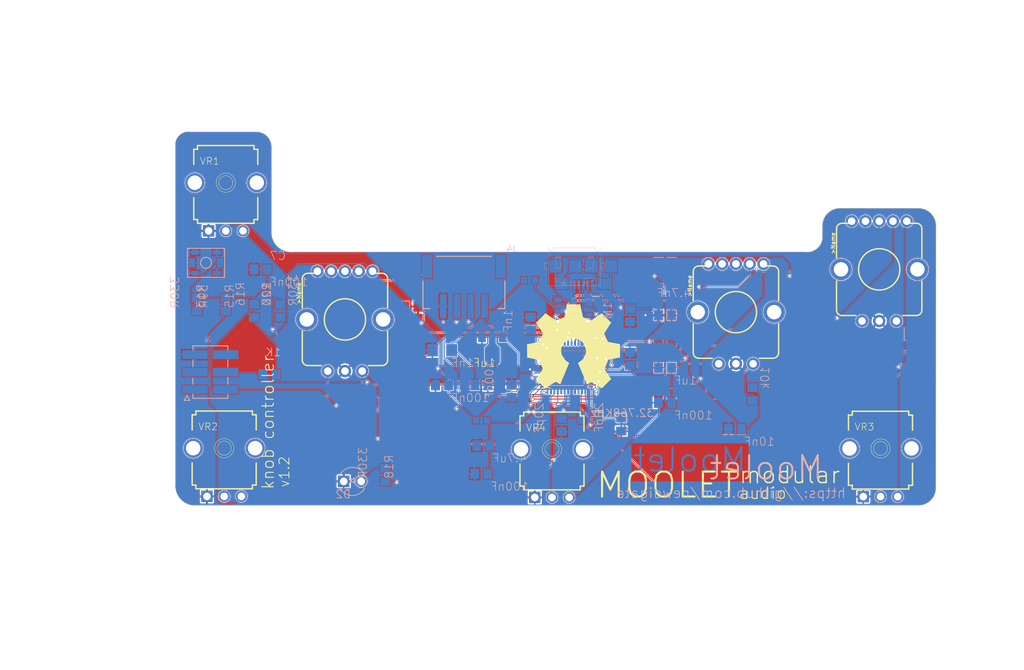
<source format=kicad_pcb>
(kicad_pcb (version 20171130) (host pcbnew "(5.1.4-0-10_14)")
  (layers (0 Top signal) (31 Bottom signal) (34 B.Paste user) (35 F.Paste user) (36 B.SilkS user) (37 F.SilkS user) (38 B.Mask user) (39 F.Mask user) (44 Edge.Cuts user))
  (net 0 "")
  (net 1 GND)
  (net 2 PA03_VREFA)
  (net 3 PA02_AIN0)
  (net 4 PB02_AIN10)
  (net 5 PB03_AIN11)
  (net 6 PA04_AIN4)
  (net 7 PA05_AIN5)
  (net 8 PA06_AIN6)
  (net 9 PA07_AIN7)
  (net 10 PA22_TC4-W0)
  (net 11 PA23_TC4-W1)
  (net 12 PA10_TCC0-W2)
  (net 13 PA11_TCC0-W3)
  (net 14 PB10_TCC0-W4)
  (net 15 PB11_TCC0-W5)
  (net 16 PB23_S5_RX)
  (net 17 PB22_S5_TX)
  (net 18 PA09_S0_I2C_SCL)
  (net 19 PA08_S0_I2C_SDA)
  (net 20 PA19_S1_MISO)
  (net 21 PA17_S1_SCK)
  (net 22 PA16_S1_MOSI)
  (net 23 PA21_TCC0-W7)
  (net 24 PA20_TCC0-W6)
  (net 25 +3V3)
  (net 26 N17852431)
  (net 27 N17852357)
  (net 28 PA18_USB_ID)
  (net 29 USB_ID)
  (net 30 USB_P)
  (net 31 USB_N)
  (net 32 VUSB)
  (net 33 PA00_XIN32)
  (net 34 PA01_XOUT32)
  (net 35 N17650912)
  (net 36 PA15_S2_MISO)
  (net 37 PA13_S2_SCK)
  (net 38 PA12_S2_MOSI)
  (net 39 PA14_S2_NSS)
  (net 40 PA27_CD)
  (net 41 PB08_LED)
  (net 42 N$1)
  (net 43 N$2)
  (net 44 ENC1:SWITCH)
  (net 45 ENC1:A)
  (net 46 ENC1:B)
  (net 47 ENC1:RED_RAW)
  (net 48 ENC1:GREEN_RAW)
  (net 49 ENC1:BLUE_RAW)
  (net 50 PB09_ADC)
  (net 51 ENC2:3.3V)
  (net 52 ENC2:SWITCH)
  (net 53 ENC2:A)
  (net 54 ENC2:B)
  (net 55 ENC2:RED_RAW)
  (net 56 ENC2:GREEN_RAW)
  (net 57 ENC2:BLUE_RAW)
  (net 58 ENC3:SWITCH)
  (net 59 ENC3:A)
  (net 60 ENC3:B)
  (net 61 ENC3:RED_RAW)
  (net 62 ENC3:GREEN_RAW)
  (net 63 ENC3:BLUE_RAW)
  (net 64 N$6)
  (net 65 RESET#)
  (net 66 PA31_SWDIO)
  (net 67 PA30_SWCLK)
  (net 68 RESETN)
  (net 69 N17658775)
  (net 70 N$4)
  (module OpenSourceHardwareLogo:OpenSourceHardwareLogo (layer Top) (at 151.003 109.728)
    (fp_text reference REF** hide)
    (fp_text value OpenSourceHardwareLogo)
  )
  (module MK1_ZERO_QFN50P700X700X90-49XN-EPSQ515 (layer Bottom) (at 150.066 112.154 90)
    (fp_text reference U3)
    (fp_text value MK1_ZERO_ATSAMD21G18A-48 hide)
    (fp_poly (pts (xy -2.525 2.525) (xy 2.525 2.525) (xy 2.525 -2.525) (xy -2.525 -2.525)) (layer Bottom) (width 0))
    (fp_poly (pts (xy 2.835 3.825) (xy 2.835 3.185) (xy 2.75 3.1) (xy 2.665 3.185) (xy 2.665 3.825)) (layer Bottom) (width 0))
    (fp_poly (pts (xy 2.665 -3.825) (xy 2.665 -3.185) (xy 2.75 -3.1) (xy 2.835 -3.185) (xy 2.835 -3.825)) (layer Bottom) (width 0))
    (fp_poly (pts (xy 3.825 2.665) (xy 3.185 2.665) (xy 3.1 2.75) (xy 3.185 2.835) (xy 3.825 2.835)) (layer Bottom) (width 0))
    (fp_poly (pts (xy -2.835 -3.825) (xy -2.835 -3.185) (xy -2.75 -3.1) (xy -2.665 -3.185) (xy -2.665 -3.825)) (layer Bottom) (width 0))
    (fp_poly (pts (xy -2.335 -3.825) (xy -2.335 -3.185) (xy -2.25 -3.1) (xy -2.165 -3.185) (xy -2.165 -3.825)) (layer Bottom) (width 0))
    (fp_poly (pts (xy -1.835 -3.825) (xy -1.835 -3.185) (xy -1.75 -3.1) (xy -1.665 -3.185) (xy -1.665 -3.825)) (layer Bottom) (width 0))
    (fp_poly (pts (xy -1.335 -3.825) (xy -1.335 -3.185) (xy -1.25 -3.1) (xy -1.165 -3.185) (xy -1.165 -3.825)) (layer Bottom) (width 0))
    (fp_poly (pts (xy -0.835 -3.825) (xy -0.835 -3.185) (xy -0.75 -3.1) (xy -0.665 -3.185) (xy -0.665 -3.825)) (layer Bottom) (width 0))
    (fp_poly (pts (xy -0.335 -3.825) (xy -0.335 -3.185) (xy -0.25 -3.1) (xy -0.165 -3.185) (xy -0.165 -3.825)) (layer Bottom) (width 0))
    (fp_poly (pts (xy 0.165 -3.825) (xy 0.165 -3.185) (xy 0.25 -3.1) (xy 0.335 -3.185) (xy 0.335 -3.825)) (layer Bottom) (width 0))
    (fp_poly (pts (xy 0.665 -3.825) (xy 0.665 -3.185) (xy 0.75 -3.1) (xy 0.835 -3.185) (xy 0.835 -3.825)) (layer Bottom) (width 0))
    (fp_poly (pts (xy 1.165 -3.825) (xy 1.165 -3.185) (xy 1.25 -3.1) (xy 1.335 -3.185) (xy 1.335 -3.825)) (layer Bottom) (width 0))
    (fp_poly (pts (xy 1.665 -3.825) (xy 1.665 -3.185) (xy 1.75 -3.1) (xy 1.835 -3.185) (xy 1.835 -3.825)) (layer Bottom) (width 0))
    (fp_poly (pts (xy 2.165 -3.825) (xy 2.165 -3.185) (xy 2.25 -3.1) (xy 2.335 -3.185) (xy 2.335 -3.825)) (layer Bottom) (width 0))
    (fp_poly (pts (xy -3.825 1.835) (xy -3.185 1.835) (xy -3.1 1.75) (xy -3.185 1.665) (xy -3.825 1.665)) (layer Bottom) (width 0))
    (fp_poly (pts (xy -3.825 1.335) (xy -3.185 1.335) (xy -3.1 1.25) (xy -3.185 1.165) (xy -3.825 1.165)) (layer Bottom) (width 0))
    (fp_poly (pts (xy -3.825 0.835) (xy -3.185 0.835) (xy -3.1 0.75) (xy -3.185 0.665) (xy -3.825 0.665)) (layer Bottom) (width 0))
    (fp_poly (pts (xy -3.825 0.335) (xy -3.185 0.335) (xy -3.1 0.25) (xy -3.185 0.165) (xy -3.825 0.165)) (layer Bottom) (width 0))
    (fp_poly (pts (xy -3.825 -0.165) (xy -3.185 -0.165) (xy -3.1 -0.25) (xy -3.185 -0.335) (xy -3.825 -0.335)) (layer Bottom) (width 0))
    (fp_poly (pts (xy -3.825 -0.665) (xy -3.185 -0.665) (xy -3.1 -0.75) (xy -3.185 -0.835) (xy -3.825 -0.835)) (layer Bottom) (width 0))
    (fp_poly (pts (xy -3.825 -1.165) (xy -3.185 -1.165) (xy -3.1 -1.25) (xy -3.185 -1.335) (xy -3.825 -1.335)) (layer Bottom) (width 0))
    (fp_poly (pts (xy -3.825 -1.665) (xy -3.185 -1.665) (xy -3.1 -1.75) (xy -3.185 -1.835) (xy -3.825 -1.835)) (layer Bottom) (width 0))
    (fp_poly (pts (xy -3.825 -2.165) (xy -3.185 -2.165) (xy -3.1 -2.25) (xy -3.185 -2.335) (xy -3.825 -2.335)) (layer Bottom) (width 0))
    (fp_poly (pts (xy -3.825 -2.665) (xy -3.185 -2.665) (xy -3.1 -2.75) (xy -3.185 -2.835) (xy -3.825 -2.835)) (layer Bottom) (width 0))
    (fp_poly (pts (xy 2.335 3.825) (xy 2.335 3.185) (xy 2.25 3.1) (xy 2.165 3.185) (xy 2.165 3.825)) (layer Bottom) (width 0))
    (fp_poly (pts (xy 1.835 3.825) (xy 1.835 3.185) (xy 1.75 3.1) (xy 1.665 3.185) (xy 1.665 3.825)) (layer Bottom) (width 0))
    (fp_poly (pts (xy 1.335 3.825) (xy 1.335 3.185) (xy 1.25 3.1) (xy 1.165 3.185) (xy 1.165 3.825)) (layer Bottom) (width 0))
    (fp_poly (pts (xy 0.835 3.825) (xy 0.835 3.185) (xy 0.75 3.1) (xy 0.665 3.185) (xy 0.665 3.825)) (layer Bottom) (width 0))
    (fp_poly (pts (xy 0.335 3.825) (xy 0.335 3.185) (xy 0.25 3.1) (xy 0.165 3.185) (xy 0.165 3.825)) (layer Bottom) (width 0))
    (fp_poly (pts (xy -0.165 3.825) (xy -0.165 3.185) (xy -0.25 3.1) (xy -0.335 3.185) (xy -0.335 3.825)) (layer Bottom) (width 0))
    (fp_poly (pts (xy -0.665 3.825) (xy -0.665 3.185) (xy -0.75 3.1) (xy -0.835 3.185) (xy -0.835 3.825)) (layer Bottom) (width 0))
    (fp_poly (pts (xy -1.165 3.825) (xy -1.165 3.185) (xy -1.25 3.1) (xy -1.335 3.185) (xy -1.335 3.825)) (layer Bottom) (width 0))
    (fp_poly (pts (xy -1.665 3.825) (xy -1.665 3.185) (xy -1.75 3.1) (xy -1.835 3.185) (xy -1.835 3.825)) (layer Bottom) (width 0))
    (fp_poly (pts (xy -2.165 3.825) (xy -2.165 3.185) (xy -2.25 3.1) (xy -2.335 3.185) (xy -2.335 3.825)) (layer Bottom) (width 0))
    (fp_poly (pts (xy -2.665 3.825) (xy -2.665 3.185) (xy -2.75 3.1) (xy -2.835 3.185) (xy -2.835 3.825)) (layer Bottom) (width 0))
    (fp_poly (pts (xy 3.825 -2.835) (xy 3.185 -2.835) (xy 3.1 -2.75) (xy 3.185 -2.665) (xy 3.825 -2.665)) (layer Bottom) (width 0))
    (fp_poly (pts (xy 3.825 -2.335) (xy 3.185 -2.335) (xy 3.1 -2.25) (xy 3.185 -2.165) (xy 3.825 -2.165)) (layer Bottom) (width 0))
    (fp_poly (pts (xy 3.825 -1.835) (xy 3.185 -1.835) (xy 3.1 -1.75) (xy 3.185 -1.665) (xy 3.825 -1.665)) (layer Bottom) (width 0))
    (fp_poly (pts (xy 3.825 -1.335) (xy 3.185 -1.335) (xy 3.1 -1.25) (xy 3.185 -1.165) (xy 3.825 -1.165)) (layer Bottom) (width 0))
    (fp_poly (pts (xy 3.825 -0.835) (xy 3.185 -0.835) (xy 3.1 -0.75) (xy 3.185 -0.665) (xy 3.825 -0.665)) (layer Bottom) (width 0))
    (fp_poly (pts (xy 3.825 -0.335) (xy 3.185 -0.335) (xy 3.1 -0.25) (xy 3.185 -0.165) (xy 3.825 -0.165)) (layer Bottom) (width 0))
    (fp_poly (pts (xy 3.825 0.165) (xy 3.185 0.165) (xy 3.1 0.25) (xy 3.185 0.335) (xy 3.825 0.335)) (layer Bottom) (width 0))
    (fp_poly (pts (xy 3.825 0.665) (xy 3.185 0.665) (xy 3.1 0.75) (xy 3.185 0.835) (xy 3.825 0.835)) (layer Bottom) (width 0))
    (fp_poly (pts (xy 3.825 1.165) (xy 3.185 1.165) (xy 3.1 1.25) (xy 3.185 1.335) (xy 3.825 1.335)) (layer Bottom) (width 0))
    (fp_poly (pts (xy 3.825 1.665) (xy 3.185 1.665) (xy 3.1 1.75) (xy 3.185 1.835) (xy 3.825 1.835)) (layer Bottom) (width 0))
    (fp_poly (pts (xy 3.825 2.165) (xy 3.185 2.165) (xy 3.1 2.25) (xy 3.185 2.335) (xy 3.825 2.335)) (layer Bottom) (width 0))
    (fp_poly (pts (xy -3.825 2.335) (xy -3.19 2.335) (xy -3.185 2.335) (xy -3.1 2.25) (xy -3.185 2.165) (xy -3.19 2.165) (xy -3.825 2.165)) (layer Bottom) (width 0))
    (fp_poly (pts (xy -3.825 2.835) (xy -3.19 2.835) (xy -3.185 2.835) (xy -3.1 2.75) (xy -3.185 2.665) (xy -3.19 2.665) (xy -3.825 2.665)) (layer Bottom) (width 0))
    (pad 49 smd roundrect (at 0 0 90) (size 5 5) (layers Bottom B.Mask) (roundrect_rratio 0.015) (net 1 GND))
    (pad 48 smd roundrect (at -2.75 3.525 90) (size 0.28 0.65) (layers Bottom B.Mask) (roundrect_rratio 0.015) (net 5 PB03_AIN11))
    (pad 47 smd roundrect (at -2.25 3.525 90) (size 0.28 0.65) (layers Bottom B.Mask) (roundrect_rratio 0.015) (net 4 PB02_AIN10))
    (pad 46 smd roundrect (at -1.75 3.525 90) (size 0.28 0.65) (layers Bottom B.Mask) (roundrect_rratio 0.015) (net 66 PA31_SWDIO))
    (pad 45 smd roundrect (at -1.25 3.525 90) (size 0.28 0.65) (layers Bottom B.Mask) (roundrect_rratio 0.015) (net 67 PA30_SWCLK))
    (pad 44 smd roundrect (at -0.75 3.525 90) (size 0.28 0.65) (layers Bottom B.Mask) (roundrect_rratio 0.015) (net 25 +3V3))
    (pad 43 smd roundrect (at -0.25 3.525 90) (size 0.28 0.65) (layers Bottom B.Mask) (roundrect_rratio 0.015) (net 26 N17852431))
    (pad 42 smd roundrect (at 0.25 3.525 90) (size 0.28 0.65) (layers Bottom B.Mask) (roundrect_rratio 0.015) (net 1 GND))
    (pad 41 smd roundrect (at 0.75 3.525 90) (size 0.28 0.65) (layers Bottom B.Mask) (roundrect_rratio 0.015))
    (pad 40 smd roundrect (at 1.25 3.525 90) (size 0.28 0.65) (layers Bottom B.Mask) (roundrect_rratio 0.015) (net 68 RESETN))
    (pad 39 smd roundrect (at 1.75 3.525 90) (size 0.28 0.65) (layers Bottom B.Mask) (roundrect_rratio 0.015) (net 40 PA27_CD))
    (pad 38 smd roundrect (at 2.25 3.525 90) (size 0.28 0.65) (layers Bottom B.Mask) (roundrect_rratio 0.015) (net 16 PB23_S5_RX))
    (pad 37 smd roundrect (at 2.75 3.525 90) (size 0.28 0.65) (layers Bottom B.Mask) (roundrect_rratio 0.015) (net 17 PB22_S5_TX))
    (pad 36 smd roundrect (at 3.525 2.75 90) (size 0.65 0.28) (layers Bottom B.Mask) (roundrect_rratio 0.015) (net 25 +3V3))
    (pad 35 smd roundrect (at 3.525 2.25 90) (size 0.65 0.28) (layers Bottom B.Mask) (roundrect_rratio 0.015) (net 1 GND))
    (pad 34 smd roundrect (at 3.525 1.75 90) (size 0.65 0.28) (layers Bottom B.Mask) (roundrect_rratio 0.015) (net 30 USB_P))
    (pad 33 smd roundrect (at 3.525 1.25 90) (size 0.65 0.28) (layers Bottom B.Mask) (roundrect_rratio 0.015) (net 31 USB_N))
    (pad 32 smd roundrect (at 3.525 0.75 90) (size 0.65 0.28) (layers Bottom B.Mask) (roundrect_rratio 0.015) (net 11 PA23_TC4-W1))
    (pad 31 smd roundrect (at 3.525 0.25 90) (size 0.65 0.28) (layers Bottom B.Mask) (roundrect_rratio 0.015) (net 10 PA22_TC4-W0))
    (pad 30 smd roundrect (at 3.525 -0.25 90) (size 0.65 0.28) (layers Bottom B.Mask) (roundrect_rratio 0.015) (net 23 PA21_TCC0-W7))
    (pad 29 smd roundrect (at 3.525 -0.75 90) (size 0.65 0.28) (layers Bottom B.Mask) (roundrect_rratio 0.015) (net 24 PA20_TCC0-W6))
    (pad 28 smd roundrect (at 3.525 -1.25 90) (size 0.65 0.28) (layers Bottom B.Mask) (roundrect_rratio 0.015) (net 20 PA19_S1_MISO))
    (pad 27 smd roundrect (at 3.525 -1.75 90) (size 0.65 0.28) (layers Bottom B.Mask) (roundrect_rratio 0.015) (net 28 PA18_USB_ID))
    (pad 26 smd roundrect (at 3.525 -2.25 90) (size 0.65 0.28) (layers Bottom B.Mask) (roundrect_rratio 0.015) (net 21 PA17_S1_SCK))
    (pad 25 smd roundrect (at 3.525 -2.75 90) (size 0.65 0.28) (layers Bottom B.Mask) (roundrect_rratio 0.015) (net 22 PA16_S1_MOSI))
    (pad 24 smd roundrect (at 2.75 -3.525 90) (size 0.28 0.65) (layers Bottom B.Mask) (roundrect_rratio 0.015) (net 36 PA15_S2_MISO))
    (pad 23 smd roundrect (at 2.25 -3.525 90) (size 0.28 0.65) (layers Bottom B.Mask) (roundrect_rratio 0.015) (net 39 PA14_S2_NSS))
    (pad 22 smd roundrect (at 1.75 -3.525 90) (size 0.28 0.65) (layers Bottom B.Mask) (roundrect_rratio 0.015) (net 37 PA13_S2_SCK))
    (pad 21 smd roundrect (at 1.25 -3.525 90) (size 0.28 0.65) (layers Bottom B.Mask) (roundrect_rratio 0.015) (net 38 PA12_S2_MOSI))
    (pad 20 smd roundrect (at 0.75 -3.525 90) (size 0.28 0.65) (layers Bottom B.Mask) (roundrect_rratio 0.015) (net 15 PB11_TCC0-W5))
    (pad 19 smd roundrect (at 0.25 -3.525 90) (size 0.28 0.65) (layers Bottom B.Mask) (roundrect_rratio 0.015) (net 14 PB10_TCC0-W4))
    (pad 18 smd roundrect (at -0.25 -3.525 90) (size 0.28 0.65) (layers Bottom B.Mask) (roundrect_rratio 0.015) (net 1 GND))
    (pad 17 smd roundrect (at -0.75 -3.525 90) (size 0.28 0.65) (layers Bottom B.Mask) (roundrect_rratio 0.015) (net 25 +3V3))
    (pad 16 smd roundrect (at -1.25 -3.525 90) (size 0.28 0.65) (layers Bottom B.Mask) (roundrect_rratio 0.015) (net 13 PA11_TCC0-W3))
    (pad 15 smd roundrect (at -1.75 -3.525 90) (size 0.28 0.65) (layers Bottom B.Mask) (roundrect_rratio 0.015) (net 12 PA10_TCC0-W2))
    (pad 14 smd roundrect (at -2.25 -3.525 90) (size 0.28 0.65) (layers Bottom B.Mask) (roundrect_rratio 0.015) (net 18 PA09_S0_I2C_SCL))
    (pad 13 smd roundrect (at -2.75 -3.525 90) (size 0.28 0.65) (layers Bottom B.Mask) (roundrect_rratio 0.015) (net 19 PA08_S0_I2C_SDA))
    (pad 12 smd roundrect (at -3.525 -2.75 90) (size 0.65 0.28) (layers Bottom B.Mask) (roundrect_rratio 0.015) (net 9 PA07_AIN7))
    (pad 11 smd roundrect (at -3.525 -2.25 90) (size 0.65 0.28) (layers Bottom B.Mask) (roundrect_rratio 0.015) (net 8 PA06_AIN6))
    (pad 10 smd roundrect (at -3.525 -1.75 90) (size 0.65 0.28) (layers Bottom B.Mask) (roundrect_rratio 0.015) (net 7 PA05_AIN5))
    (pad 9 smd roundrect (at -3.525 -1.25 90) (size 0.65 0.28) (layers Bottom B.Mask) (roundrect_rratio 0.015) (net 6 PA04_AIN4))
    (pad 8 smd roundrect (at -3.525 -0.75 90) (size 0.65 0.28) (layers Bottom B.Mask) (roundrect_rratio 0.015) (net 50 PB09_ADC))
    (pad 7 smd roundrect (at -3.525 -0.25 90) (size 0.65 0.28) (layers Bottom B.Mask) (roundrect_rratio 0.015) (net 41 PB08_LED))
    (pad 6 smd roundrect (at -3.525 0.25 90) (size 0.65 0.28) (layers Bottom B.Mask) (roundrect_rratio 0.015) (net 27 N17852357))
    (pad 5 smd roundrect (at -3.525 0.75 90) (size 0.65 0.28) (layers Bottom B.Mask) (roundrect_rratio 0.015) (net 1 GND))
    (pad 4 smd roundrect (at -3.525 1.25 90) (size 0.65 0.28) (layers Bottom B.Mask) (roundrect_rratio 0.015) (net 2 PA03_VREFA))
    (pad 3 smd roundrect (at -3.525 1.75 90) (size 0.65 0.28) (layers Bottom B.Mask) (roundrect_rratio 0.015) (net 3 PA02_AIN0))
    (pad 2 smd roundrect (at -3.525 2.25 90) (size 0.65 0.28) (layers Bottom B.Mask) (roundrect_rratio 0.015) (net 34 PA01_XOUT32))
    (pad 1 smd roundrect (at -3.525 2.75 90) (size 0.65 0.28) (layers Bottom B.Mask) (roundrect_rratio 0.015) (net 33 PA00_XIN32))
  )
  (module RESISTOR-NICK_C0805 (layer Bottom) (at 132.001 114.694 180)
    (fp_text reference C19 hide)
    (fp_text value 100nF (at -1.27 -2.54) (layer B.SilkS) (effects (font (size 1.2065 1.2065) (thickness 0.09652)) (justify right bottom mirror)))
    (pad 2 smd rect (at 0.95 0 180) (size 1.3 1.5) (layers Bottom B.Paste B.Mask) (net 1 GND))
    (pad 1 smd rect (at -0.95 0 180) (size 1.3 1.5) (layers Bottom B.Paste B.Mask) (net 25 +3V3))
  )
  (module RESISTOR-NICK_C0805 (layer Bottom) (at 137.691 127.563 180)
    (fp_text reference C30 hide)
    (fp_text value 100nF (at -1.27 -2.54) (layer B.SilkS) (effects (font (size 1.2065 1.2065) (thickness 0.09652)) (justify right bottom mirror)))
    (pad 2 smd rect (at 0.95 0 180) (size 1.3 1.5) (layers Bottom B.Paste B.Mask) (net 1 GND))
    (pad 1 smd rect (at -0.95 0 180) (size 1.3 1.5) (layers Bottom B.Paste B.Mask) (net 27 N17852357))
  )
  (module RESISTOR-NICK_C0805 (layer Bottom) (at 159.306 110.884 90)
    (fp_text reference C32 (at -1.27 1.27 90) (layer B.SilkS) (effects (font (size 0.28956 0.28956) (thickness 0.028956)) (justify right bottom mirror)))
    (fp_text value 1uF hide)
    (pad 2 smd rect (at 0.95 0 90) (size 1.3 1.5) (layers Bottom B.Paste B.Mask) (net 1 GND))
    (pad 1 smd rect (at -0.95 0 90) (size 1.3 1.5) (layers Bottom B.Paste B.Mask) (net 26 N17852431))
  )
  (module RESISTOR-NICK_C0805 (layer Bottom) (at 164.386 117.234 180)
    (fp_text reference C28 hide)
    (fp_text value 100nF (at -1.27 -2.54) (layer B.SilkS) (effects (font (size 1.2065 1.2065) (thickness 0.09652)) (justify right bottom mirror)))
    (pad 2 smd rect (at 0.95 0 180) (size 1.3 1.5) (layers Bottom B.Paste B.Mask) (net 1 GND))
    (pad 1 smd rect (at -0.95 0 180) (size 1.3 1.5) (layers Bottom B.Paste B.Mask) (net 25 +3V3))
  )
  (module RESISTOR-NICK_C0805 (layer Bottom) (at 142.113 115.506 90)
    (fp_text reference C29 hide)
    (fp_text value 100nF (at -1.27 -2.54 90) (layer B.SilkS) (effects (font (size 1.2065 1.2065) (thickness 0.09652)) (justify right bottom mirror)))
    (pad 2 smd rect (at 0.95 0 90) (size 1.3 1.5) (layers Bottom B.Paste B.Mask) (net 1 GND))
    (pad 1 smd rect (at -0.95 0 90) (size 1.3 1.5) (layers Bottom B.Paste B.Mask) (net 25 +3V3))
  )
  (module RESISTOR-NICK_C0805 (layer Bottom) (at 138.002 123.461 180)
    (fp_text reference C27 hide)
    (fp_text value 4.7uF (at -1.27 -2.54) (layer B.SilkS) (effects (font (size 1.2065 1.2065) (thickness 0.09652)) (justify right bottom mirror)))
    (pad 2 smd rect (at 0.95 0 180) (size 1.3 1.5) (layers Bottom B.Paste B.Mask) (net 1 GND))
    (pad 1 smd rect (at -0.95 0 180) (size 1.3 1.5) (layers Bottom B.Paste B.Mask) (net 27 N17852357))
  )
  (module MK1_ZERO_0603-1608X90N (layer Bottom) (at 137.716 119.774)
    (fp_text reference L6)
    (fp_text value MK1_ZERO_BLM18PG471SN1D hide)
    (pad 2 smd roundrect (at 0.8 0) (size 0.95 1) (layers Bottom B.Paste B.Mask) (roundrect_rratio 0.015) (net 27 N17852357))
    (pad 1 smd roundrect (at -0.8 0) (size 0.95 1) (layers Bottom B.Paste B.Mask) (roundrect_rratio 0.015) (net 25 +3V3))
  )
  (module MK1_ZERO_USBMICRO-ZX62-AB-5PA (layer Bottom) (at 152.521 97.0618)
    (fp_text reference J1)
    (fp_text value " ZX62-AB-5PA(31) " hide)
    (pad 11 smd roundrect (at -3.1 2.9 180) (size 2.1 1.6) (layers Bottom B.Paste B.Mask) (roundrect_rratio 0.015) (net 42 N$1))
    (pad 10 smd roundrect (at -4 0.35 180) (size 1.8 1.9) (layers Bottom B.Paste B.Mask) (roundrect_rratio 0.015) (net 42 N$1))
    (pad 9 smd roundrect (at -1.2 0.35 180) (size 1.9 1.9) (layers Bottom B.Paste B.Mask) (roundrect_rratio 0.015) (net 42 N$1))
    (pad 8 smd roundrect (at 1.2 0.35 180) (size 1.9 1.9) (layers Bottom B.Paste B.Mask) (roundrect_rratio 0.015) (net 42 N$1))
    (pad 7 smd roundrect (at 4 0.35 180) (size 1.8 1.9) (layers Bottom B.Paste B.Mask) (roundrect_rratio 0.015) (net 42 N$1))
    (pad 6 smd roundrect (at 3.1 2.9 180) (size 2.1 1.6) (layers Bottom B.Paste B.Mask) (roundrect_rratio 0.015) (net 42 N$1))
    (pad 5 smd roundrect (at 1.3 3.025 180) (size 0.4 1.35) (layers Bottom B.Paste B.Mask) (roundrect_rratio 0.015) (net 1 GND))
    (pad 4 smd roundrect (at 0.65 3.025 180) (size 0.4 1.35) (layers Bottom B.Paste B.Mask) (roundrect_rratio 0.015) (net 29 USB_ID))
    (pad 3 smd roundrect (at 0 3.025 180) (size 0.4 1.35) (layers Bottom B.Paste B.Mask) (roundrect_rratio 0.015) (net 30 USB_P))
    (pad 2 smd roundrect (at -0.65 3.025 180) (size 0.4 1.35) (layers Bottom B.Paste B.Mask) (roundrect_rratio 0.015) (net 31 USB_N))
    (pad 1 smd roundrect (at -1.3 3.025 180) (size 0.4 1.35) (layers Bottom B.Paste B.Mask) (roundrect_rratio 0.015) (net 35 N17650912))
  )
  (module MK1_ZERO_0603-1608X90N (layer Bottom) (at 144.701 99.4289 180)
    (fp_text reference L2)
    (fp_text value MK1_ZERO_BLM18PG471SN1D hide)
    (pad 2 smd roundrect (at 0.8 0 180) (size 0.95 1) (layers Bottom B.Paste B.Mask) (roundrect_rratio 0.015) (net 32 VUSB))
    (pad 1 smd roundrect (at -0.8 0 180) (size 0.95 1) (layers Bottom B.Paste B.Mask) (roundrect_rratio 0.015) (net 43 N$2))
  )
  (module MK1_ZERO_SOT190P230X110-4N (layer Bottom) (at 152.221 103.505 180)
    (fp_text reference D1)
    (fp_text value MK1_ZERO_PRTR5V0U2X,215 hide)
    (pad 4 smd roundrect (at 1.15 0.95 180) (size 1 0.6) (layers Bottom B.Paste B.Mask) (roundrect_rratio 0.015) (net 35 N17650912))
    (pad 3 smd roundrect (at 1.15 -0.95 180) (size 1 0.6) (layers Bottom B.Paste B.Mask) (roundrect_rratio 0.015) (net 31 USB_N))
    (pad 2 smd roundrect (at -1.15 -0.95 180) (size 1 0.6) (layers Bottom B.Paste B.Mask) (roundrect_rratio 0.015) (net 30 USB_P))
    (pad 1 smd roundrect (at -1.15 0.75 180) (size 1 1) (layers Bottom B.Paste B.Mask) (roundrect_rratio 0.015) (net 42 N$1))
  )
  (module RESISTOR-NICK_C0805 (layer Bottom) (at 158.036 120.409 90)
    (fp_text reference C11 hide)
    (fp_text value 20pF (at -1.27 -2.54 90) (layer B.SilkS) (effects (font (size 1.2065 1.2065) (thickness 0.09652)) (justify right bottom mirror)))
    (pad 2 smd rect (at 0.95 0 90) (size 1.3 1.5) (layers Bottom B.Paste B.Mask) (net 33 PA00_XIN32))
    (pad 1 smd rect (at -0.95 0 90) (size 1.3 1.5) (layers Bottom B.Paste B.Mask) (net 1 GND))
  )
  (module MK1_ZERO_QUARZO-ABS07 (layer Bottom) (at 153.474 119.392)
    (fp_text reference Y1)
    (fp_text value 32.768KHz (at 0 0) (layer B.SilkS) (effects (font (size 1.14 1.14) (thickness 0.114)) (justify right bottom mirror)))
    (pad 2 smd roundrect (at 1.25 0) (size 1.1 1.9) (layers Bottom B.Paste B.Mask) (roundrect_rratio 0.015) (net 33 PA00_XIN32))
    (pad 1 smd roundrect (at -1.25 0) (size 1.1 1.9) (layers Bottom B.Paste B.Mask) (roundrect_rratio 0.015) (net 34 PA01_XOUT32))
  )
  (module RESISTOR-NICK_C0805 (layer Bottom) (at 144.851 105.76 90)
    (fp_text reference C4 hide)
    (fp_text value 1nF (at -1.27 -2.54 90) (layer B.SilkS) (effects (font (size 1.2065 1.2065) (thickness 0.09652)) (justify right bottom mirror)))
    (pad 2 smd rect (at 0.95 0 90) (size 1.3 1.5) (layers Bottom B.Paste B.Mask) (net 1 GND))
    (pad 1 smd rect (at -0.95 0 90) (size 1.3 1.5) (layers Bottom B.Paste B.Mask) (net 43 N$2))
  )
  (module RESISTOR-NICK_C1206 (layer Bottom) (at 132.001 109.614 180)
    (fp_text reference C5 hide)
    (fp_text value 1nF (at -1.27 -2.54) (layer B.SilkS) (effects (font (size 1.2065 1.2065) (thickness 0.09652)) (justify right bottom mirror)))
    (pad 2 smd rect (at 1.4 0 180) (size 1.6 1.8) (layers Bottom B.Paste B.Mask) (net 1 GND))
    (pad 1 smd rect (at -1.4 0 180) (size 1.6 1.8) (layers Bottom B.Paste B.Mask) (net 32 VUSB))
  )
  (module RESISTOR-NICK_C0805 (layer Bottom) (at 149.366 120.482 90)
    (fp_text reference C9 hide)
    (fp_text value 20pF (at -1.27 -2.54 90) (layer B.SilkS) (effects (font (size 1.2065 1.2065) (thickness 0.09652)) (justify right bottom mirror)))
    (pad 2 smd rect (at 0.95 0 90) (size 1.3 1.5) (layers Bottom B.Paste B.Mask) (net 34 PA01_XOUT32))
    (pad 1 smd rect (at -0.95 0 90) (size 1.3 1.5) (layers Bottom B.Paste B.Mask) (net 1 GND))
  )
  (module RESISTOR-NICK_C0805 (layer Bottom) (at 137.716 114.694)
    (fp_text reference C8 hide)
    (fp_text value 1uF (at -1.27 -2.54) (layer F.SilkS) (effects (font (size 1.2065 1.2065) (thickness 0.09652)) (justify right bottom mirror)))
    (pad 2 smd rect (at 0.95 0) (size 1.3 1.5) (layers Bottom B.Paste B.Mask) (net 1 GND))
    (pad 1 smd rect (at -0.95 0) (size 1.3 1.5) (layers Bottom B.Paste B.Mask) (net 32 VUSB))
  )
  (module MK1_ZERO_SOT150P400X160-3N (layer Bottom) (at 139.304 109.492)
    (fp_text reference U2)
    (fp_text value MK1_ZERO_AP7215-33YG-13 hide)
    (fp_poly (pts (xy -0.5 -2.55) (xy 0.5 -2.55) (xy 0.5 -0.85) (xy 1.1 -0.25) (xy 1.1 1.95) (xy 0.5 2.55) (xy -0.5 2.55) (xy -1.1 1.95) (xy -1.1 -0.25) (xy -0.5 -0.85)) (layer Bottom) (width 0))
    (pad 3 smd roundrect (at 1.5 -1.8) (size 1.1 1.5) (layers Bottom B.Mask) (roundrect_rratio 0.015) (net 25 +3V3))
    (pad 2 smd roundrect (at 0 -1.8) (size 0.8 1.5) (layers Bottom B.Mask) (roundrect_rratio 0.015) (net 32 VUSB))
    (pad 1 smd roundrect (at -1.5 -1.8) (size 1.1 1.5) (layers Bottom B.Mask) (roundrect_rratio 0.015) (net 1 GND))
  )
  (module RESISTOR-NICK_C0805 (layer Bottom) (at 164.386 112.154 180)
    (fp_text reference C10 hide)
    (fp_text value 1uF (at -1.27 -2.54) (layer B.SilkS) (effects (font (size 1.2065 1.2065) (thickness 0.09652)) (justify right bottom mirror)))
    (pad 2 smd rect (at 0.95 0 180) (size 1.3 1.5) (layers Bottom B.Paste B.Mask) (net 1 GND))
    (pad 1 smd rect (at -0.95 0 180) (size 1.3 1.5) (layers Bottom B.Paste B.Mask) (net 25 +3V3))
  )
  (module MK1_ZERO_SODFL1008X40N-882D (layer Bottom) (at 156.464 103.632 270)
    (fp_text reference D3)
    (fp_text value MK1_ZERO_PMEG2005EL hide)
    (pad C smd roundrect (at -0.475 0 270) (size 0.65 0.6) (layers Bottom B.Paste B.Mask) (roundrect_rratio 0.015) (net 29 USB_ID))
    (pad A smd roundrect (at 0.475 0 270) (size 0.65 0.6) (layers Bottom B.Paste B.Mask) (roundrect_rratio 0.015) (net 28 PA18_USB_ID))
  )
  (module RESISTOR-NICK_C0805 (layer Bottom) (at 164.386 104.534)
    (fp_text reference C6 hide)
    (fp_text value 4.7nF (at -1.27 -2.54) (layer B.SilkS) (effects (font (size 1.2065 1.2065) (thickness 0.09652)) (justify right bottom mirror)))
    (pad 2 smd rect (at 0.95 0) (size 1.3 1.5) (layers Bottom B.Paste B.Mask) (net 1 GND))
    (pad 1 smd rect (at -0.95 0) (size 1.3 1.5) (layers Bottom B.Paste B.Mask) (net 42 N$1))
  )
  (module RESISTOR-NICK_R0805 (layer Bottom) (at 159.306 104.534 90)
    (fp_text reference R2 hide)
    (fp_text value 1M (at -0.635 -2.54 90) (layer B.SilkS) (effects (font (size 1.2065 1.2065) (thickness 0.09652)) (justify right bottom mirror)))
    (pad 2 smd rect (at 0.95 0 90) (size 1.3 1.5) (layers Bottom B.Paste B.Mask) (net 42 N$1))
    (pad 1 smd rect (at -0.95 0 90) (size 1.3 1.5) (layers Bottom B.Paste B.Mask) (net 1 GND))
  )
  (module MK1_ZERO_0603-F1608X100N (layer Bottom) (at 148.836 103.147 90)
    (fp_text reference F2)
    (fp_text value MK1_ZERO_MF-FSMF050X-2 hide)
    (pad 2 smd roundrect (at 0.85 0 90) (size 0.8 1) (layers Bottom B.Paste B.Mask) (roundrect_rratio 0.015) (net 35 N17650912))
    (pad 1 smd roundrect (at -0.85 0 90) (size 0.8 1) (layers Bottom B.Paste B.Mask) (roundrect_rratio 0.015) (net 43 N$2))
  )
  (module MUSICTHINGMODULAR_9MM_SNAP-IN_POT (layer Top) (at 100.586 85.2768)
    (fp_text reference VR1 (at -3.81 -2.54) (layer F.SilkS) (effects (font (size 1.01346 1.01346) (thickness 0.081076)) (justify left bottom)))
    (fp_text value "")
    (pad CHASSIS2 thru_hole circle (at 4.5 0 270) (size 2.794 2.794) (drill 2.1) (layers *.Cu *.Mask))
    (pad CHASSIS1 thru_hole circle (at -4.5 0 270) (size 2.794 2.794) (drill 2.1) (layers *.Cu *.Mask))
    (pad 3 thru_hole circle (at 2.5 7 270) (size 1.65 1.65) (drill 1.1) (layers *.Cu *.Mask) (net 25 +3V3))
    (pad 2 thru_hole circle (at 0 7 270) (size 1.65 1.65) (drill 1.1) (layers *.Cu *.Mask) (net 4 PB02_AIN10))
    (pad 1 thru_hole rect (at -2.5 7 270) (size 1.65 1.65) (drill 1.1) (layers *.Cu *.Mask) (net 1 GND))
  )
  (module MUSICTHINGMODULAR_9MM_SNAP-IN_POT (layer Top) (at 100.351 123.842)
    (fp_text reference VR2 (at -3.81 -2.54) (layer F.SilkS) (effects (font (size 1.01346 1.01346) (thickness 0.081076)) (justify left bottom)))
    (fp_text value "")
    (pad CHASSIS2 thru_hole circle (at 4.5 0 270) (size 2.794 2.794) (drill 2.1) (layers *.Cu *.Mask))
    (pad CHASSIS1 thru_hole circle (at -4.5 0 270) (size 2.794 2.794) (drill 2.1) (layers *.Cu *.Mask))
    (pad 3 thru_hole circle (at 2.5 7 270) (size 1.65 1.65) (drill 1.1) (layers *.Cu *.Mask) (net 25 +3V3))
    (pad 2 thru_hole circle (at 0 7 270) (size 1.65 1.65) (drill 1.1) (layers *.Cu *.Mask) (net 5 PB03_AIN11))
    (pad 1 thru_hole rect (at -2.5 7 270) (size 1.65 1.65) (drill 1.1) (layers *.Cu *.Mask) (net 1 GND))
  )
  (module MUSICTHINGMODULAR_9MM_SNAP-IN_POT (layer Top) (at 195.686 123.877)
    (fp_text reference VR3 (at -3.81 -2.54) (layer F.SilkS) (effects (font (size 1.01346 1.01346) (thickness 0.081076)) (justify left bottom)))
    (fp_text value "")
    (pad CHASSIS2 thru_hole circle (at 4.5 0 270) (size 2.794 2.794) (drill 2.1) (layers *.Cu *.Mask))
    (pad CHASSIS1 thru_hole circle (at -4.5 0 270) (size 2.794 2.794) (drill 2.1) (layers *.Cu *.Mask))
    (pad 3 thru_hole circle (at 2.5 7 270) (size 1.65 1.65) (drill 1.1) (layers *.Cu *.Mask) (net 25 +3V3))
    (pad 2 thru_hole circle (at 0 7 270) (size 1.65 1.65) (drill 1.1) (layers *.Cu *.Mask) (net 6 PA04_AIN4))
    (pad 1 thru_hole rect (at -2.5 7 270) (size 1.65 1.65) (drill 1.1) (layers *.Cu *.Mask) (net 1 GND))
  )
  (module MUSICTHINGMODULAR_9MM_SNAP-IN_POT (layer Top) (at 147.969 123.994)
    (fp_text reference VR4 (at -3.81 -2.54) (layer F.SilkS) (effects (font (size 1.01346 1.01346) (thickness 0.081076)) (justify left bottom)))
    (fp_text value "")
    (pad CHASSIS2 thru_hole circle (at 4.5 0 270) (size 2.794 2.794) (drill 2.1) (layers *.Cu *.Mask))
    (pad CHASSIS1 thru_hole circle (at -4.5 0 270) (size 2.794 2.794) (drill 2.1) (layers *.Cu *.Mask))
    (pad 3 thru_hole circle (at 2.5 7 270) (size 1.65 1.65) (drill 1.1) (layers *.Cu *.Mask) (net 25 +3V3))
    (pad 2 thru_hole circle (at 0 7 270) (size 1.65 1.65) (drill 1.1) (layers *.Cu *.Mask) (net 7 PA05_AIN5))
    (pad 1 thru_hole rect (at -2.5 7 270) (size 1.65 1.65) (drill 1.1) (layers *.Cu *.Mask) (net 1 GND))
  )
  (module C0805 (layer Top) (at 125.016 114.694 90)
    (fp_text reference ENC1:C1 hide)
    (fp_text value 10nF)
    (pad 2 smd rect (at 0.95 0 90) (size 1.3 1.5) (layers Top F.Paste F.Mask) (net 1 GND))
    (pad 1 smd rect (at -0.95 0 90) (size 1.3 1.5) (layers Top F.Paste F.Mask) (net 9 PA07_AIN7))
  )
  (module C0805 (layer Top) (at 116.126 122.314)
    (fp_text reference ENC1:C3 hide)
    (fp_text value 10nF)
    (pad 2 smd rect (at 0.95 0) (size 1.3 1.5) (layers Top F.Paste F.Mask) (net 1 GND))
    (pad 1 smd rect (at -0.95 0) (size 1.3 1.5) (layers Top F.Paste F.Mask) (net 8 PA06_AIN6))
  )
  (module R0805 (layer Top) (at 127.556 103.264 180)
    (fp_text reference ENC1:R1 hide)
    (fp_text value 10k)
    (pad 2 smd rect (at 0.95 0 180) (size 1.3 1.5) (layers Top F.Paste F.Mask) (net 44 ENC1:SWITCH))
    (pad 1 smd rect (at -0.95 0 180) (size 1.3 1.5) (layers Top F.Paste F.Mask) (net 1 GND))
  )
  (module R0805 (layer Top) (at 127.556 110.884)
    (fp_text reference ENC1:R12 hide)
    (fp_text value 10)
    (pad 2 smd rect (at 0.95 0) (size 1.3 1.5) (layers Top F.Paste F.Mask) (net 10 PA22_TC4-W0))
    (pad 1 smd rect (at -0.95 0) (size 1.3 1.5) (layers Top F.Paste F.Mask) (net 47 ENC1:RED_RAW))
  )
  (module R0805 (layer Top) (at 127.556 107.074)
    (fp_text reference ENC1:R13 hide)
    (fp_text value 10)
    (pad 2 smd rect (at 0.95 0) (size 1.3 1.5) (layers Top F.Paste F.Mask) (net 11 PA23_TC4-W1))
    (pad 1 smd rect (at -0.95 0) (size 1.3 1.5) (layers Top F.Paste F.Mask) (net 48 ENC1:GREEN_RAW))
  )
  (module R0805 (layer Top) (at 127.556 99.4543)
    (fp_text reference ENC1:R14 hide)
    (fp_text value 10)
    (pad 2 smd rect (at 0.95 0) (size 1.3 1.5) (layers Top F.Paste F.Mask) (net 12 PA10_TCC0-W2))
    (pad 1 smd rect (at -0.95 0) (size 1.3 1.5) (layers Top F.Paste F.Mask) (net 49 ENC1:BLUE_RAW))
  )
  (module R0805 (layer Top) (at 126.286 118.504)
    (fp_text reference ENC1:R4 hide)
    (fp_text value 10k)
    (pad 2 smd rect (at 0.95 0) (size 1.3 1.5) (layers Top F.Paste F.Mask) (net 25 +3V3))
    (pad 1 smd rect (at -0.95 0) (size 1.3 1.5) (layers Top F.Paste F.Mask) (net 45 ENC1:A))
  )
  (module R0805 (layer Top) (at 114.856 118.504 270)
    (fp_text reference ENC1:R5 hide)
    (fp_text value 10k)
    (pad 2 smd rect (at 0.95 0 270) (size 1.3 1.5) (layers Top F.Paste F.Mask) (net 8 PA06_AIN6))
    (pad 1 smd rect (at -0.95 0 270) (size 1.3 1.5) (layers Top F.Paste F.Mask) (net 45 ENC1:A))
  )
  (module R0805 (layer Top) (at 125.016 122.314 180)
    (fp_text reference ENC1:R7 hide)
    (fp_text value 10k)
    (pad 2 smd rect (at 0.95 0 180) (size 1.3 1.5) (layers Top F.Paste F.Mask) (net 46 ENC1:B))
    (pad 1 smd rect (at -0.95 0 180) (size 1.3 1.5) (layers Top F.Paste F.Mask) (net 25 +3V3))
  )
  (module R0805 (layer Top) (at 121.206 117.234 180)
    (fp_text reference ENC1:R9 hide)
    (fp_text value 10k)
    (pad 2 smd rect (at 0.95 0 180) (size 1.3 1.5) (layers Top F.Paste F.Mask) (net 46 ENC1:B))
    (pad 1 smd rect (at -0.95 0 180) (size 1.3 1.5) (layers Top F.Paste F.Mask) (net 9 PA07_AIN7))
  )
  (module ENCODER_LED_3_KIT (layer Top) (at 117.896 105.137)
    (fp_text reference ENC1:SW1 hide)
    (fp_text value "Rotary Encoder" hide)
    (fp_text user >Name (at -6.35 -3.81 90) (layer F.SilkS) (effects (font (size 0.57912 0.57912) (thickness 0.12192)) (justify bottom)))
    (pad 5 thru_hole circle (at 4 -7) (size 1.778 1.778) (drill 1.1) (layers *.Cu *.Mask) (net 25 +3V3))
    (pad 1 thru_hole circle (at -4 -7) (size 1.778 1.778) (drill 1.1) (layers *.Cu *.Mask) (net 47 ENC1:RED_RAW))
    (pad 4 thru_hole circle (at 2 -7) (size 1.778 1.778) (drill 1.1) (layers *.Cu *.Mask) (net 49 ENC1:BLUE_RAW))
    (pad M2 thru_hole circle (at 5.55 0) (size 3.15 3.15) (drill 2.1) (layers *.Cu *.Mask))
    (pad M1 thru_hole circle (at -5.55 0) (size 3.15 3.15) (drill 2.1) (layers *.Cu *.Mask))
    (pad 2 thru_hole circle (at -2 -7) (size 1.778 1.778) (drill 1.1) (layers *.Cu *.Mask) (net 48 ENC1:GREEN_RAW))
    (pad 3 thru_hole circle (at 0 -7) (size 1.778 1.778) (drill 1.1) (layers *.Cu *.Mask) (net 44 ENC1:SWITCH))
    (pad B thru_hole circle (at 2.5 7.5) (size 1.8 1.8) (drill 1.1) (layers *.Cu *.Mask) (net 46 ENC1:B))
    (pad C thru_hole circle (at 0 7.5) (size 1.8 1.8) (drill 1.1) (layers *.Cu *.Mask) (net 1 GND))
    (pad A thru_hole circle (at -2.5 7.5) (size 1.8 1.8) (drill 1.1) (layers *.Cu *.Mask) (net 45 ENC1:A))
  )
  (module C0805 (layer Bottom) (at 174.546 121.044 180)
    (fp_text reference ENC2:C1 hide)
    (fp_text value 10nF (at -1.27 -2.54) (layer B.SilkS) (effects (font (size 1.2065 1.2065) (thickness 0.09652)) (justify right bottom mirror)))
    (pad 2 smd rect (at 0.95 0 180) (size 1.3 1.5) (layers Bottom B.Paste B.Mask) (net 1 GND))
    (pad 1 smd rect (at -0.95 0 180) (size 1.3 1.5) (layers Bottom B.Paste B.Mask) (net 20 PA19_S1_MISO))
  )
  (module C0805 (layer Top) (at 164.386 121.044)
    (fp_text reference ENC2:C3 hide)
    (fp_text value 10nF)
    (pad 2 smd rect (at 0.95 0) (size 1.3 1.5) (layers Top F.Paste F.Mask) (net 1 GND))
    (pad 1 smd rect (at -0.95 0) (size 1.3 1.5) (layers Top F.Paste F.Mask) (net 21 PA17_S1_SCK))
  )
  (module R0805 (layer Top) (at 164.386 104.534)
    (fp_text reference ENC2:R1 hide)
    (fp_text value 10k)
    (pad 2 smd rect (at 0.95 0) (size 1.3 1.5) (layers Top F.Paste F.Mask) (net 52 ENC2:SWITCH))
    (pad 1 smd rect (at -0.95 0) (size 1.3 1.5) (layers Top F.Paste F.Mask) (net 1 GND))
  )
  (module R0805 (layer Top) (at 164.386 96.9143 180)
    (fp_text reference ENC2:R12 hide)
    (fp_text value 10)
    (pad 2 smd rect (at 0.95 0 180) (size 1.3 1.5) (layers Top F.Paste F.Mask) (net 13 PA11_TCC0-W3))
    (pad 1 smd rect (at -0.95 0 180) (size 1.3 1.5) (layers Top F.Paste F.Mask) (net 55 ENC2:RED_RAW))
  )
  (module R0805 (layer Top) (at 164.386 100.724)
    (fp_text reference ENC2:R13 hide)
    (fp_text value 10)
    (pad 2 smd rect (at 0.95 0) (size 1.3 1.5) (layers Top F.Paste F.Mask) (net 14 PB10_TCC0-W4))
    (pad 1 smd rect (at -0.95 0) (size 1.3 1.5) (layers Top F.Paste F.Mask) (net 56 ENC2:GREEN_RAW))
  )
  (module R0805 (layer Top) (at 164.386 108.344 180)
    (fp_text reference ENC2:R14 hide)
    (fp_text value 10)
    (pad 2 smd rect (at 0.95 0 180) (size 1.3 1.5) (layers Top F.Paste F.Mask) (net 15 PB11_TCC0-W5))
    (pad 1 smd rect (at -0.95 0 180) (size 1.3 1.5) (layers Top F.Paste F.Mask) (net 57 ENC2:BLUE_RAW))
  )
  (module R0805 (layer Top) (at 164.386 112.154)
    (fp_text reference ENC2:R4 hide)
    (fp_text value 10k)
    (pad 2 smd rect (at 0.95 0) (size 1.3 1.5) (layers Top F.Paste F.Mask) (net 51 ENC2:3.3V))
    (pad 1 smd rect (at -0.95 0) (size 1.3 1.5) (layers Top F.Paste F.Mask) (net 53 ENC2:A))
  )
  (module R0805 (layer Top) (at 164.386 115.964 180)
    (fp_text reference ENC2:R5 hide)
    (fp_text value 10k)
    (pad 2 smd rect (at 0.95 0 180) (size 1.3 1.5) (layers Top F.Paste F.Mask) (net 21 PA17_S1_SCK))
    (pad 1 smd rect (at -0.95 0 180) (size 1.3 1.5) (layers Top F.Paste F.Mask) (net 53 ENC2:A))
  )
  (module R0805 (layer Top) (at 172.006 115.964)
    (fp_text reference ENC2:R7 hide)
    (fp_text value 10k)
    (pad 2 smd rect (at 0.95 0) (size 1.3 1.5) (layers Top F.Paste F.Mask) (net 54 ENC2:B))
    (pad 1 smd rect (at -0.95 0) (size 1.3 1.5) (layers Top F.Paste F.Mask) (net 51 ENC2:3.3V))
  )
  (module R0805 (layer Bottom) (at 177.086 115.964 270)
    (fp_text reference ENC2:R9 hide)
    (fp_text value 10k (at -0.635 -2.54 270) (layer B.SilkS) (effects (font (size 1.2065 1.2065) (thickness 0.09652)) (justify right bottom mirror)))
    (pad 2 smd rect (at 0.95 0 270) (size 1.3 1.5) (layers Bottom B.Paste B.Mask) (net 54 ENC2:B))
    (pad 1 smd rect (at -0.95 0 270) (size 1.3 1.5) (layers Bottom B.Paste B.Mask) (net 20 PA19_S1_MISO))
  )
  (module ENCODER_LED_3_KIT (layer Top) (at 174.686 104.077)
    (fp_text reference ENC2:SW1 hide)
    (fp_text value "Rotary Encoder" hide)
    (fp_text user >Name (at -6.35 -3.81 90) (layer F.SilkS) (effects (font (size 0.57912 0.57912) (thickness 0.12192)) (justify bottom)))
    (pad 5 thru_hole circle (at 4 -7) (size 1.778 1.778) (drill 1.1) (layers *.Cu *.Mask) (net 51 ENC2:3.3V))
    (pad 1 thru_hole circle (at -4 -7) (size 1.778 1.778) (drill 1.1) (layers *.Cu *.Mask) (net 55 ENC2:RED_RAW))
    (pad 4 thru_hole circle (at 2 -7) (size 1.778 1.778) (drill 1.1) (layers *.Cu *.Mask) (net 57 ENC2:BLUE_RAW))
    (pad M2 thru_hole circle (at 5.55 0) (size 3.15 3.15) (drill 2.1) (layers *.Cu *.Mask))
    (pad M1 thru_hole circle (at -5.55 0) (size 3.15 3.15) (drill 2.1) (layers *.Cu *.Mask))
    (pad 2 thru_hole circle (at -2 -7) (size 1.778 1.778) (drill 1.1) (layers *.Cu *.Mask) (net 56 ENC2:GREEN_RAW))
    (pad 3 thru_hole circle (at 0 -7) (size 1.778 1.778) (drill 1.1) (layers *.Cu *.Mask) (net 52 ENC2:SWITCH))
    (pad B thru_hole circle (at 2.5 7.5) (size 1.8 1.8) (drill 1.1) (layers *.Cu *.Mask) (net 54 ENC2:B))
    (pad C thru_hole circle (at 0 7.5) (size 1.8 1.8) (drill 1.1) (layers *.Cu *.Mask) (net 1 GND))
    (pad A thru_hole circle (at -2.5 7.5) (size 1.8 1.8) (drill 1.1) (layers *.Cu *.Mask) (net 53 ENC2:A))
  )
  (module C0805 (layer Top) (at 185.976 119.774)
    (fp_text reference ENC3:C1 hide)
    (fp_text value 10nF)
    (pad 2 smd rect (at 0.95 0) (size 1.3 1.5) (layers Top F.Paste F.Mask) (net 1 GND))
    (pad 1 smd rect (at -0.95 0) (size 1.3 1.5) (layers Top F.Paste F.Mask) (net 18 PA09_S0_I2C_SCL))
  )
  (module C0805 (layer Top) (at 185.976 115.964)
    (fp_text reference ENC3:C3 hide)
    (fp_text value 10nF)
    (pad 2 smd rect (at 0.95 0) (size 1.3 1.5) (layers Top F.Paste F.Mask) (net 1 GND))
    (pad 1 smd rect (at -0.95 0) (size 1.3 1.5) (layers Top F.Paste F.Mask) (net 19 PA08_S0_I2C_SDA))
  )
  (module R0805 (layer Top) (at 185.976 103.264)
    (fp_text reference ENC3:R1 hide)
    (fp_text value 10k)
    (pad 2 smd rect (at 0.95 0) (size 1.3 1.5) (layers Top F.Paste F.Mask) (net 58 ENC3:SWITCH))
    (pad 1 smd rect (at -0.95 0) (size 1.3 1.5) (layers Top F.Paste F.Mask) (net 1 GND))
  )
  (module R0805 (layer Top) (at 185.976 96.9143 180)
    (fp_text reference ENC3:R12 hide)
    (fp_text value 10)
    (pad 2 smd rect (at 0.95 0 180) (size 1.3 1.5) (layers Top F.Paste F.Mask) (net 24 PA20_TCC0-W6))
    (pad 1 smd rect (at -0.95 0 180) (size 1.3 1.5) (layers Top F.Paste F.Mask) (net 61 ENC3:RED_RAW))
  )
  (module R0805 (layer Top) (at 185.976 99.4543 180)
    (fp_text reference ENC3:R13 hide)
    (fp_text value 10)
    (pad 2 smd rect (at 0.95 0 180) (size 1.3 1.5) (layers Top F.Paste F.Mask) (net 23 PA21_TCC0-W7))
    (pad 1 smd rect (at -0.95 0 180) (size 1.3 1.5) (layers Top F.Paste F.Mask) (net 62 ENC3:GREEN_RAW))
  )
  (module R0805 (layer Top) (at 185.976 105.804 180)
    (fp_text reference ENC3:R14 hide)
    (fp_text value 10)
    (pad 2 smd rect (at 0.95 0 180) (size 1.3 1.5) (layers Top F.Paste F.Mask) (net 22 PA16_S1_MOSI))
    (pad 1 smd rect (at -0.95 0 180) (size 1.3 1.5) (layers Top F.Paste F.Mask) (net 63 ENC3:BLUE_RAW))
  )
  (module R0805 (layer Top) (at 185.976 108.344 180)
    (fp_text reference ENC3:R4 hide)
    (fp_text value 10k)
    (pad 2 smd rect (at 0.95 0 180) (size 1.3 1.5) (layers Top F.Paste F.Mask) (net 25 +3V3))
    (pad 1 smd rect (at -0.95 0 180) (size 1.3 1.5) (layers Top F.Paste F.Mask) (net 59 ENC3:A))
  )
  (module R0805 (layer Top) (at 185.976 112.154 180)
    (fp_text reference ENC3:R5 hide)
    (fp_text value 10k)
    (pad 2 smd rect (at 0.95 0 180) (size 1.3 1.5) (layers Top F.Paste F.Mask) (net 19 PA08_S0_I2C_SDA))
    (pad 1 smd rect (at -0.95 0 180) (size 1.3 1.5) (layers Top F.Paste F.Mask) (net 59 ENC3:A))
  )
  (module R0805 (layer Top) (at 199.011 109.889 90)
    (fp_text reference ENC3:R7 hide)
    (fp_text value 10k)
    (pad 2 smd rect (at 0.95 0 90) (size 1.3 1.5) (layers Top F.Paste F.Mask) (net 60 ENC3:B))
    (pad 1 smd rect (at -0.95 0 90) (size 1.3 1.5) (layers Top F.Paste F.Mask) (net 25 +3V3))
  )
  (module R0805 (layer Top) (at 185.976 123.584)
    (fp_text reference ENC3:R9 hide)
    (fp_text value 10k)
    (pad 2 smd rect (at 0.95 0) (size 1.3 1.5) (layers Top F.Paste F.Mask) (net 60 ENC3:B))
    (pad 1 smd rect (at -0.95 0) (size 1.3 1.5) (layers Top F.Paste F.Mask) (net 18 PA09_S0_I2C_SCL))
  )
  (module ENCODER_LED_3_KIT (layer Top) (at 195.501 97.8668)
    (fp_text reference ENC3:SW1 hide)
    (fp_text value "Rotary Encoder" hide)
    (fp_text user >Name (at -6.35 -3.81 90) (layer F.SilkS) (effects (font (size 0.57912 0.57912) (thickness 0.12192)) (justify bottom)))
    (pad 5 thru_hole circle (at 4 -7) (size 1.778 1.778) (drill 1.1) (layers *.Cu *.Mask) (net 25 +3V3))
    (pad 1 thru_hole circle (at -4 -7) (size 1.778 1.778) (drill 1.1) (layers *.Cu *.Mask) (net 61 ENC3:RED_RAW))
    (pad 4 thru_hole circle (at 2 -7) (size 1.778 1.778) (drill 1.1) (layers *.Cu *.Mask) (net 63 ENC3:BLUE_RAW))
    (pad M2 thru_hole circle (at 5.55 0) (size 3.15 3.15) (drill 2.1) (layers *.Cu *.Mask))
    (pad M1 thru_hole circle (at -5.55 0) (size 3.15 3.15) (drill 2.1) (layers *.Cu *.Mask))
    (pad 2 thru_hole circle (at -2 -7) (size 1.778 1.778) (drill 1.1) (layers *.Cu *.Mask) (net 62 ENC3:GREEN_RAW))
    (pad 3 thru_hole circle (at 0 -7) (size 1.778 1.778) (drill 1.1) (layers *.Cu *.Mask) (net 58 ENC3:SWITCH))
    (pad B thru_hole circle (at 2.5 7.5) (size 1.8 1.8) (drill 1.1) (layers *.Cu *.Mask) (net 60 ENC3:B))
    (pad C thru_hole circle (at 0 7.5) (size 1.8 1.8) (drill 1.1) (layers *.Cu *.Mask) (net 1 GND))
    (pad A thru_hole circle (at -2.5 7.5) (size 1.8 1.8) (drill 1.1) (layers *.Cu *.Mask) (net 59 ENC3:A))
  )
  (module LED_RADIAL_3MM (layer Bottom) (at 118.984 128.664)
    (fp_text reference D2 (at -2.54 2.54) (layer B.SilkS) (effects (font (size 1.14 1.14) (thickness 0.114)) (justify right bottom mirror)))
    (fp_text value LED_LTL-1CHG hide)
    (pad C thru_hole rect (at -1.27 0 270) (size 1.67 1.67) (drill 1.11) (layers *.Cu *.Mask) (net 1 GND))
    (pad A thru_hole circle (at 1.27 0) (size 1.67 1.67) (drill 1.11) (layers *.Cu *.Mask) (net 64 N$6))
  )
  (module RESISTOR-NICK_R0805 (layer Bottom) (at 123.746 127.712 90)
    (fp_text reference R18 (at -0.635 1.27 90) (layer B.SilkS) (effects (font (size 1.2065 1.2065) (thickness 0.09652)) (justify right bottom mirror)))
    (fp_text value 330R (at -0.635 -2.54 90) (layer B.SilkS) (effects (font (size 1.2065 1.2065) (thickness 0.09652)) (justify right bottom mirror)))
    (pad 2 smd rect (at 0.95 0 90) (size 1.3 1.5) (layers Bottom B.Paste B.Mask) (net 64 N$6))
    (pad 1 smd rect (at -0.95 0 90) (size 1.3 1.5) (layers Bottom B.Paste B.Mask) (net 41 PB08_LED))
  )
  (module "JST---S4B-PH-SM4-TB(LF)(SN)_JST_S4B-PH-SM4-TB_LF_SN_0" (layer Bottom) (at 135.176 99.7718 180)
    (fp_text reference J4 (at -6.075 4.35) (layer B.SilkS) (effects (font (size 0.95 0.95) (thickness 0.076)) (justify right bottom mirror)))
    (fp_text value "JST---S4B-PH-SM4-TB(LF)(SN)_JST_S4B-PH-SM4-TB_LF_SNJST_S4B-PH-SM4-TB_LF_SN_0_0" hide)
    (pad 6 smd rect (at 5.35 2.3 180) (size 1.5 3.4) (layers Bottom B.Paste B.Mask))
    (pad 5 smd rect (at -5.35 2.3 180) (size 1.5 3.4) (layers Bottom B.Paste B.Mask))
    (pad 4 smd rect (at -3 -3.45 180) (size 1 3.5) (layers Bottom B.Paste B.Mask) (net 32 VUSB))
    (pad 3 smd rect (at -1 -3.45 180) (size 1 3.5) (layers Bottom B.Paste B.Mask) (net 16 PB23_S5_RX))
    (pad 2 smd rect (at 1 -3.45 180) (size 1 3.5) (layers Bottom B.Paste B.Mask) (net 17 PB22_S5_TX))
    (pad 1 smd rect (at 3 -3.45 180) (size 1 3.5) (layers Bottom B.Paste B.Mask) (net 1 GND))
  )
  (module R0805 (layer Bottom) (at 100.569 102.947 90)
    (fp_text reference R15 (at -0.635 1.27 90) (layer B.SilkS) (effects (font (size 1.2065 1.2065) (thickness 0.09652)) (justify right bottom mirror)))
    (fp_text value 39R (at -0.635 -2.54 90) (layer B.SilkS) (effects (font (size 1.2065 1.2065) (thickness 0.09652)) (justify right bottom mirror)))
    (pad 2 smd rect (at 0.95 0 90) (size 1.3 1.5) (layers Bottom B.Paste B.Mask) (net 68 RESETN))
    (pad 1 smd rect (at -0.95 0 90) (size 1.3 1.5) (layers Bottom B.Paste B.Mask) (net 70 N$4))
  )
  (module R0805 (layer Bottom) (at 96.4411 102.947 90)
    (fp_text reference R13 (at -0.635 1.27 90) (layer B.SilkS) (effects (font (size 1.2065 1.2065) (thickness 0.09652)) (justify right bottom mirror)))
    (fp_text value 330R (at -0.635 -2.54 90) (layer B.SilkS) (effects (font (size 1.2065 1.2065) (thickness 0.09652)) (justify right bottom mirror)))
    (pad 2 smd rect (at 0.95 0 90) (size 1.3 1.5) (layers Bottom B.Paste B.Mask) (net 68 RESETN))
    (pad 1 smd rect (at -0.95 0 90) (size 1.3 1.5) (layers Bottom B.Paste B.Mask) (net 69 N17658775))
  )
  (module C0805 (layer Bottom) (at 105.649 97.8668 180)
    (fp_text reference C7 (at -1.27 1.27) (layer B.SilkS) (effects (font (size 1.2065 1.2065) (thickness 0.09652)) (justify right bottom mirror)))
    (fp_text value 100nF (at -1.27 -2.54) (layer B.SilkS) (effects (font (size 1.2065 1.2065) (thickness 0.09652)) (justify right bottom mirror)))
    (pad 2 smd rect (at 0.95 0 180) (size 1.3 1.5) (layers Bottom B.Paste B.Mask) (net 1 GND))
    (pad 1 smd rect (at -0.95 0 180) (size 1.3 1.5) (layers Bottom B.Paste B.Mask) (net 68 RESETN))
  )
  (module R0805 (layer Bottom) (at 108.506 103.899 270)
    (fp_text reference R20 (at -0.635 1.27 90) (layer B.SilkS) (effects (font (size 1.2065 1.2065) (thickness 0.09652)) (justify right bottom mirror)))
    (fp_text value 330R (at -0.635 -2.54 90) (layer B.SilkS) (effects (font (size 1.2065 1.2065) (thickness 0.09652)) (justify right bottom mirror)))
    (pad 2 smd rect (at 0.95 0 270) (size 1.3 1.5) (layers Bottom B.Paste B.Mask) (net 65 RESET#))
    (pad 1 smd rect (at -0.95 0 270) (size 1.3 1.5) (layers Bottom B.Paste B.Mask) (net 68 RESETN))
  )
  (module R0805 (layer Bottom) (at 106.919 113.107)
    (fp_text reference R7 (at -0.635 1.27) (layer B.SilkS) (effects (font (size 0.28956 0.28956) (thickness 0.028956)) (justify right bottom mirror)))
    (fp_text value 1K (at -0.635 -2.54) (layer B.SilkS) (effects (font (size 1.14 1.14) (thickness 0.114)) (justify right bottom mirror)))
    (pad 2 smd rect (at 0.95 0) (size 1.3 1.5) (layers Bottom B.Paste B.Mask) (net 25 +3V3))
    (pad 1 smd rect (at -0.95 0) (size 1.3 1.5) (layers Bottom B.Paste B.Mask) (net 67 PA30_SWCLK))
  )
  (module R0805 (layer Bottom) (at 104.696 103.899 270)
    (fp_text reference R16 (at -0.635 1.27 90) (layer B.SilkS) (effects (font (size 1.2065 1.2065) (thickness 0.09652)) (justify right bottom mirror)))
    (fp_text value 10K (at -0.635 -2.54 90) (layer B.SilkS) (effects (font (size 1.2065 1.2065) (thickness 0.09652)) (justify right bottom mirror)))
    (pad 2 smd rect (at 0.95 0 270) (size 1.3 1.5) (layers Bottom B.Paste B.Mask) (net 25 +3V3))
    (pad 1 smd rect (at -0.95 0 270) (size 1.3 1.5) (layers Bottom B.Paste B.Mask) (net 68 RESETN))
  )
  (module 2X3_SMT (layer Bottom) (at 98.3461 112.789 90)
    (fp_text reference J8 (at 4.2 0 90) (layer B.SilkS) (effects (font (size 0.665 0.665) (thickness 0.0532)) (justify right bottom mirror)))
    (fp_text value "")
    (pad 5 smd rect (at 2.54 -2.2225 90) (size 1.27 3.683) (layers Bottom B.Paste B.Mask) (net 1 GND))
    (pad 3 smd rect (at 0 -2.2225 90) (size 1.27 3.683) (layers Bottom B.Paste B.Mask) (net 70 N$4))
    (pad 6 smd rect (at 2.54 2.2225 90) (size 1.27 3.683) (layers Bottom B.Paste B.Mask))
    (pad 4 smd rect (at 0 2.2225 90) (size 1.27 3.683) (layers Bottom B.Paste B.Mask) (net 67 PA30_SWCLK))
    (pad 2 smd rect (at -2.54 2.2225 90) (size 1.27 3.683) (layers Bottom B.Paste B.Mask) (net 66 PA31_SWDIO))
    (pad 1 smd rect (at -2.54 -2.2225 90) (size 1.27 3.683) (layers Bottom B.Paste B.Mask) (net 25 +3V3))
  )
  (module C&K_PTS820_NOPEGS (layer Bottom) (at 97.7111 96.9143)
    (fp_text reference U$9 hide)
    (fp_text value PUSHBUTTON2 hide)
    (pad 4 smd rect (at 1.575 -1.525 180) (size 1.15 0.75) (layers Bottom B.Paste B.Mask) (net 1 GND))
    (pad 3 smd rect (at 1.575 1.525 180) (size 1.15 0.75) (layers Bottom B.Paste B.Mask) (net 1 GND))
    (pad 2 smd rect (at -1.575 -1.525 180) (size 1.15 0.75) (layers Bottom B.Paste B.Mask) (net 1 GND))
    (pad 1 smd rect (at -1.575 1.525 180) (size 1.15 0.75) (layers Bottom B.Paste B.Mask) (net 1 GND))
    (pad 5 smd rect (at -2.075 0 270) (size 1.4 0.95) (layers Bottom B.Paste B.Mask) (net 1 GND))
    (pad 6 smd rect (at 2.075 0 270) (size 1.4 0.95) (layers Bottom B.Paste B.Mask) (net 69 N17658775))
  )
  (gr_line (start 144.921101 124.506824) (end 144.921101 125.006824) (layer F.SilkS) (width 0.025))
  (gr_line (start 155.001101 97.861824) (end 155.555101 97.861824) (layer B.SilkS) (width 0.025))
  (gr_arc (start 155.551097 97.737824) (end 155.632101 97.832824) (angle 38.618774) (layer B.SilkS) (width 0.025))
  (gr_arc (start 155.522098 97.764827) (end 155.651101 97.764824) (angle 31.723345) (layer B.SilkS) (width 0.025))
  (gr_arc (start 155.5221 97.764787) (end 155.651101 97.761824) (angle 1.33222) (layer B.SilkS) (width 0.025))
  (gr_line (start 155.651101 97.761824) (end 155.651101 97.061824) (layer B.SilkS) (width 0.025))
  (gr_arc (start 155.5221 97.059793) (end 155.651101 97.059824) (angle 0.888343) (layer B.SilkS) (width 0.025))
  (gr_arc (start 155.5221 97.059824) (end 155.632101 96.991824) (angle 31.723603) (layer B.SilkS) (width 0.025))
  (gr_arc (start 155.551101 97.086825) (end 155.555101 96.961824) (angle 38.619072) (layer B.SilkS) (width 0.025))
  (gr_line (start 155.555101 96.961824) (end 155.001101 96.961824) (layer B.SilkS) (width 0.025))
  (gr_arc (start 154.901099 97.412825) (end 155.101101 97.411824) (angle 60.256999) (layer B.SilkS) (width 0.025))
  (gr_arc (start 154.901099 97.411823) (end 155.001101 97.238824) (angle 59.970598) (layer B.SilkS) (width 0.025))
  (gr_arc (start 155.051099 95.261826) (end 154.701101 95.261824) (angle 34.643289) (layer B.SilkS) (width 0.025))
  (gr_line (start 154.763101 95.062824) (end 154.927101 94.826824) (layer B.SilkS) (width 0.025))
  (gr_line (start 154.927101 94.826824) (end 155.041101 94.661824) (layer B.SilkS) (width 0.025))
  (gr_line (start 155.041101 94.661824) (end 155.288101 94.832824) (layer B.SilkS) (width 0.025))
  (gr_line (start 155.288101 94.832824) (end 155.174101 94.997824) (layer B.SilkS) (width 0.025))
  (gr_line (start 155.174101 94.997824) (end 155.010101 95.233824) (layer B.SilkS) (width 0.025))
  (gr_line (start 154.291101 94.984824) (end 154.289101 94.956824) (layer B.SilkS) (width 0.025))
  (gr_line (start 154.289101 94.956824) (end 154.281101 94.930824) (layer B.SilkS) (width 0.025))
  (gr_line (start 154.281101 94.930824) (end 154.269101 94.905824) (layer B.SilkS) (width 0.025))
  (gr_line (start 154.269101 94.905824) (end 154.253101 94.881824) (layer B.SilkS) (width 0.025))
  (gr_line (start 154.253101 94.881824) (end 154.232101 94.861824) (layer B.SilkS) (width 0.025))
  (gr_line (start 154.232101 94.861824) (end 154.209101 94.843824) (layer B.SilkS) (width 0.025))
  (gr_line (start 154.209101 94.843824) (end 154.182101 94.829824) (layer B.SilkS) (width 0.025))
  (gr_line (start 154.182101 94.829824) (end 154.153101 94.818824) (layer B.SilkS) (width 0.025))
  (gr_line (start 154.153101 94.818824) (end 154.122101 94.812824) (layer B.SilkS) (width 0.025))
  (gr_line (start 154.122101 94.812824) (end 154.091101 94.810824) (layer B.SilkS) (width 0.025))
  (gr_line (start 154.091101 94.810824) (end 148.411101 94.810824) (layer B.SilkS) (width 0.025))
  (gr_line (start 148.411101 94.810824) (end 148.380101 94.812824) (layer B.SilkS) (width 0.025))
  (gr_line (start 148.380101 94.812824) (end 148.349101 94.818824) (layer B.SilkS) (width 0.025))
  (gr_line (start 148.349101 94.818824) (end 148.320101 94.829824) (layer B.SilkS) (width 0.025))
  (gr_line (start 148.320101 94.829824) (end 148.293101 94.843824) (layer B.SilkS) (width 0.025))
  (gr_line (start 148.293101 94.843824) (end 148.270101 94.861824) (layer B.SilkS) (width 0.025))
  (gr_line (start 148.270101 94.861824) (end 148.249101 94.881824) (layer B.SilkS) (width 0.025))
  (gr_line (start 148.249101 94.881824) (end 148.233101 94.905824) (layer B.SilkS) (width 0.025))
  (gr_line (start 148.233101 94.905824) (end 148.221101 94.930824) (layer B.SilkS) (width 0.025))
  (gr_line (start 148.221101 94.930824) (end 148.214101 94.956824) (layer B.SilkS) (width 0.025))
  (gr_line (start 148.214101 94.956824) (end 148.211101 94.984824) (layer B.SilkS) (width 0.025))
  (gr_line (start 153.291101 96.259824) (end 153.941101 96.259824) (layer B.SilkS) (width 0.025))
  (gr_line (start 153.291101 96.171824) (end 153.941101 96.171824) (layer B.SilkS) (width 0.025))
  (gr_arc (start 153.216101 96.411824) (end 153.116101 96.411824) (angle 90) (layer B.SilkS) (width 0.025))
  (gr_line (start 153.116101 96.411824) (end 153.116101 96.661824) (layer B.SilkS) (width 0.025))
  (gr_arc (start 153.191101 96.860825) (end 153.204101 96.761824) (angle 82.519114) (layer B.SilkS) (width 0.025))
  (gr_line (start 152.021101 96.860824) (end 152.021101 97.611824) (layer B.SilkS) (width 0.025))
  (gr_arc (start 152.756101 96.976824) (end 153.391101 97.711824) (angle 90) (layer B.SilkS) (width 0.025))
  (gr_line (start 153.391101 97.711824) (end 153.841101 97.711824) (layer B.SilkS) (width 0.025))
  (gr_arc (start 153.841101 97.611824) (end 153.941101 97.611824) (angle 90) (layer B.SilkS) (width 0.025))
  (gr_line (start 153.941101 97.611824) (end 153.941101 96.860824) (layer B.SilkS) (width 0.025))
  (gr_arc (start 154.041099 96.860826) (end 153.941101 96.860824) (angle 83.087965) (layer B.SilkS) (width 0.025))
  (gr_line (start 154.116101 96.661824) (end 154.116101 96.411824) (layer B.SilkS) (width 0.025))
  (gr_line (start 154.016101 96.311824) (end 153.941101 96.311824) (layer B.SilkS) (width 0.025))
  (gr_line (start 153.941101 96.311824) (end 153.941101 96.259824) (layer B.SilkS) (width 0.025))
  (gr_line (start 153.941101 96.259824) (end 153.941101 96.171824) (layer B.SilkS) (width 0.025))
  (gr_line (start 153.941101 96.171824) (end 153.941101 95.942824) (layer B.SilkS) (width 0.025))
  (gr_line (start 153.941101 95.942824) (end 153.291101 95.942824) (layer B.SilkS) (width 0.025))
  (gr_line (start 153.291101 95.942824) (end 153.291101 96.171824) (layer B.SilkS) (width 0.025))
  (gr_line (start 153.291101 96.171824) (end 153.291101 96.259824) (layer B.SilkS) (width 0.025))
  (gr_line (start 153.291101 96.259824) (end 153.291101 96.311824) (layer B.SilkS) (width 0.025))
  (gr_line (start 153.291101 96.311824) (end 153.216101 96.311824) (layer B.SilkS) (width 0.025))
  (gr_line (start 153.014101 100.261824) (end 152.946101 100.261824) (layer B.SilkS) (width 0.025))
  (gr_line (start 153.014101 99.831824) (end 153.014101 99.731824) (layer B.SilkS) (width 0.025))
  (gr_line (start 152.946101 100.261824) (end 152.946101 99.831824) (layer B.SilkS) (width 0.025))
  (gr_line (start 152.841101 99.831824) (end 152.841101 99.731824) (layer B.SilkS) (width 0.025))
  (gr_line (start 152.841101 99.731824) (end 152.841101 99.581824) (layer B.SilkS) (width 0.025))
  (gr_line (start 152.841101 99.731824) (end 153.363101 99.731824) (layer B.SilkS) (width 0.025))
  (gr_arc (start 153.373101 99.522825) (end 153.509101 99.681824) (angle 40.54189) (layer B.SilkS) (width 0.025))
  (gr_line (start 153.509101 99.681824) (end 153.541101 99.681824) (layer B.SilkS) (width 0.025))
  (gr_line (start 153.541101 99.681824) (end 153.751101 99.612824) (layer B.SilkS) (width 0.025))
  (gr_line (start 153.751101 99.612824) (end 154.006101 99.527824) (layer B.SilkS) (width 0.025))
  (gr_line (start 154.006101 99.527824) (end 154.073101 99.504824) (layer B.SilkS) (width 0.025))
  (gr_arc (start 154.041099 99.409825) (end 154.141101 99.409824) (angle 71.384433) (layer B.SilkS) (width 0.025))
  (gr_line (start 154.141101 99.409824) (end 154.141101 99.261824) (layer B.SilkS) (width 0.025))
  (gr_arc (start 154.041101 99.261824) (end 154.041101 99.161824) (angle 90) (layer B.SilkS) (width 0.025))
  (gr_line (start 154.041101 99.161824) (end 152.651101 99.161824) (layer B.SilkS) (width 0.025))
  (gr_line (start 152.841101 99.581824) (end 152.651101 99.581824) (layer B.SilkS) (width 0.025))
  (gr_line (start 152.676101 100.261824) (end 152.676101 99.831824) (layer B.SilkS) (width 0.025))
  (gr_line (start 152.651101 99.831824) (end 152.841101 99.831824) (layer B.SilkS) (width 0.025))
  (gr_line (start 152.651101 99.161824) (end 152.651101 100.184824) (layer B.SilkS) (width 0.025))
  (gr_line (start 154.161101 125.306824) (end 153.661101 125.306824) (layer F.SilkS) (width 0.025))
  (gr_line (start 152.426101 100.261824) (end 152.676101 100.261824) (layer B.SilkS) (width 0.025))
  (gr_line (start 152.426101 100.261824) (end 152.426101 100.191824) (layer B.SilkS) (width 0.025))
  (gr_line (start 152.026101 100.203824) (end 152.026101 100.261824) (layer B.SilkS) (width 0.025))
  (gr_arc (start 151.6511 99.781825) (end 151.651101 99.581824) (angle 45.406409) (layer B.SilkS) (width 0.025))
  (gr_line (start 151.651101 99.581824) (end 150.851101 99.581824) (layer B.SilkS) (width 0.025))
  (gr_arc (start 150.8511 99.781825) (end 150.709101 99.641824) (angle 45.406346) (layer B.SilkS) (width 0.025))
  (gr_arc (start 150.8511 99.781824) (end 150.651101 99.781824) (angle 44.593591) (layer B.SilkS) (width 0.025))
  (gr_line (start 150.651101 99.781824) (end 150.651101 100.153824) (layer B.SilkS) (width 0.025))
  (gr_line (start 150.651101 100.153824) (end 150.654101 100.155824) (layer B.SilkS) (width 0.025))
  (gr_line (start 150.654101 100.155824) (end 150.661101 100.157824) (layer B.SilkS) (width 0.025))
  (gr_line (start 150.661101 100.157824) (end 150.673101 100.158824) (layer B.SilkS) (width 0.025))
  (gr_line (start 150.673101 100.158824) (end 150.689101 100.160824) (layer B.SilkS) (width 0.025))
  (gr_line (start 150.689101 100.160824) (end 150.710101 100.161824) (layer B.SilkS) (width 0.025))
  (gr_line (start 150.710101 100.161824) (end 150.733101 100.162824) (layer B.SilkS) (width 0.025))
  (gr_line (start 150.733101 100.162824) (end 150.760101 100.163824) (layer B.SilkS) (width 0.025))
  (gr_line (start 150.760101 100.163824) (end 150.789101 100.164824) (layer B.SilkS) (width 0.025))
  (gr_line (start 150.789101 100.164824) (end 151.713101 100.164824) (layer B.SilkS) (width 0.025))
  (gr_line (start 151.713101 100.164824) (end 151.742101 100.163824) (layer B.SilkS) (width 0.025))
  (gr_line (start 151.742101 100.163824) (end 151.769101 100.162824) (layer B.SilkS) (width 0.025))
  (gr_line (start 151.769101 100.162824) (end 151.792101 100.161824) (layer B.SilkS) (width 0.025))
  (gr_line (start 151.792101 100.161824) (end 151.813101 100.160824) (layer B.SilkS) (width 0.025))
  (gr_line (start 151.813101 100.160824) (end 151.829101 100.158824) (layer B.SilkS) (width 0.025))
  (gr_line (start 151.829101 100.158824) (end 151.841101 100.157824) (layer B.SilkS) (width 0.025))
  (gr_line (start 151.841101 100.157824) (end 151.849101 100.155824) (layer B.SilkS) (width 0.025))
  (gr_line (start 151.849101 100.155824) (end 151.851101 100.153824) (layer B.SilkS) (width 0.025))
  (gr_line (start 151.851101 100.153824) (end 151.851101 99.781824) (layer B.SilkS) (width 0.025))
  (gr_arc (start 151.6511 99.781824) (end 151.793101 99.641824) (angle 44.593654) (layer B.SilkS) (width 0.025))
  (gr_line (start 151.776101 100.261824) (end 152.026101 100.261824) (layer B.SilkS) (width 0.025))
  (gr_line (start 151.776101 100.261824) (end 151.776101 100.211824) (layer B.SilkS) (width 0.025))
  (gr_line (start 151.376101 100.211824) (end 151.376101 100.261824) (layer B.SilkS) (width 0.025))
  (gr_line (start 151.126101 100.261824) (end 151.126101 100.211824) (layer B.SilkS) (width 0.025))
  (gr_line (start 151.126101 100.261824) (end 151.376101 100.261824) (layer B.SilkS) (width 0.025))
  (gr_line (start 150.726101 100.211824) (end 150.726101 100.261824) (layer B.SilkS) (width 0.025))
  (gr_line (start 150.651101 99.831824) (end 151.851101 99.831824) (layer B.SilkS) (width 0.025))
  (gr_line (start 150.476101 100.261824) (end 150.726101 100.261824) (layer B.SilkS) (width 0.025))
  (gr_line (start 150.476101 100.261824) (end 150.476101 100.203824) (layer B.SilkS) (width 0.025))
  (gr_line (start 150.076101 100.191824) (end 150.076101 100.261824) (layer B.SilkS) (width 0.025))
  (gr_line (start 149.851101 99.161824) (end 149.851101 100.184824) (layer B.SilkS) (width 0.025))
  (gr_line (start 149.851101 99.581824) (end 149.661101 99.581824) (layer B.SilkS) (width 0.025))
  (gr_line (start 149.826101 100.261824) (end 150.076101 100.261824) (layer B.SilkS) (width 0.025))
  (gr_line (start 149.826101 99.831824) (end 149.826101 100.261824) (layer B.SilkS) (width 0.025))
  (gr_line (start 149.661101 99.831824) (end 149.661101 99.731824) (layer B.SilkS) (width 0.025))
  (gr_line (start 149.661101 99.731824) (end 149.139101 99.731824) (layer B.SilkS) (width 0.025))
  (gr_arc (start 149.129061 99.522826) (end 149.139101 99.731824) (angle 2.739336) (layer B.SilkS) (width 0.025))
  (gr_arc (start 149.129097 99.522823) (end 149.129101 99.732824) (angle 40.571609) (layer B.SilkS) (width 0.025))
  (gr_line (start 148.993101 99.681824) (end 148.961101 99.681824) (layer B.SilkS) (width 0.025))
  (gr_line (start 148.961101 99.681824) (end 148.751101 99.612824) (layer B.SilkS) (width 0.025))
  (gr_line (start 148.751101 99.612824) (end 148.496101 99.527824) (layer B.SilkS) (width 0.025))
  (gr_line (start 148.496101 99.527824) (end 148.429101 99.504824) (layer B.SilkS) (width 0.025))
  (gr_arc (start 148.461101 99.409825) (end 148.429101 99.504824) (angle 71.384308) (layer B.SilkS) (width 0.025))
  (gr_line (start 148.361101 99.409824) (end 148.361101 99.261824) (layer B.SilkS) (width 0.025))
  (gr_arc (start 148.461101 99.261824) (end 148.361101 99.261824) (angle 90) (layer B.SilkS) (width 0.025))
  (gr_line (start 148.461101 99.161824) (end 149.851101 99.161824) (layer B.SilkS) (width 0.025))
  (gr_line (start 149.661101 99.581824) (end 149.661101 99.731824) (layer B.SilkS) (width 0.025))
  (gr_line (start 149.556101 100.261824) (end 149.556101 99.831824) (layer B.SilkS) (width 0.025))
  (gr_line (start 149.488101 99.831824) (end 149.488101 99.731824) (layer B.SilkS) (width 0.025))
  (gr_line (start 149.488101 100.261824) (end 149.556101 100.261824) (layer B.SilkS) (width 0.025))
  (gr_line (start 149.488101 100.261824) (end 147.501101 100.261824) (layer B.SilkS) (width 0.025))
  (gr_line (start 147.501101 100.261824) (end 147.501101 95.261824) (layer B.SilkS) (width 0.025))
  (gr_line (start 147.501101 95.261824) (end 148.211101 95.261824) (layer B.SilkS) (width 0.025))
  (gr_line (start 148.211101 95.261824) (end 148.211101 94.984824) (layer B.SilkS) (width 0.025))
  (gr_line (start 148.211101 94.984824) (end 148.211101 94.835824) (layer B.SilkS) (width 0.025))
  (gr_line (start 148.211101 94.835824) (end 148.214101 94.808824) (layer B.SilkS) (width 0.025))
  (gr_line (start 148.214101 94.808824) (end 148.221101 94.781824) (layer B.SilkS) (width 0.025))
  (gr_line (start 148.221101 94.781824) (end 148.233101 94.756824) (layer B.SilkS) (width 0.025))
  (gr_line (start 148.233101 94.756824) (end 148.249101 94.733824) (layer B.SilkS) (width 0.025))
  (gr_line (start 148.249101 94.733824) (end 148.270101 94.712824) (layer B.SilkS) (width 0.025))
  (gr_line (start 148.270101 94.712824) (end 148.293101 94.694824) (layer B.SilkS) (width 0.025))
  (gr_line (start 148.293101 94.694824) (end 148.320101 94.680824) (layer B.SilkS) (width 0.025))
  (gr_line (start 148.320101 94.680824) (end 148.349101 94.670824) (layer B.SilkS) (width 0.025))
  (gr_line (start 148.349101 94.670824) (end 148.380101 94.663824) (layer B.SilkS) (width 0.025))
  (gr_line (start 148.380101 94.663824) (end 148.411101 94.661824) (layer B.SilkS) (width 0.025))
  (gr_line (start 148.411101 94.661824) (end 154.091101 94.661824) (layer B.SilkS) (width 0.025))
  (gr_line (start 154.091101 94.661824) (end 154.122101 94.663824) (layer B.SilkS) (width 0.025))
  (gr_line (start 154.122101 94.663824) (end 154.153101 94.670824) (layer B.SilkS) (width 0.025))
  (gr_line (start 154.153101 94.670824) (end 154.182101 94.680824) (layer B.SilkS) (width 0.025))
  (gr_line (start 154.182101 94.680824) (end 154.209101 94.694824) (layer B.SilkS) (width 0.025))
  (gr_line (start 154.209101 94.694824) (end 154.232101 94.712824) (layer B.SilkS) (width 0.025))
  (gr_line (start 154.232101 94.712824) (end 154.253101 94.733824) (layer B.SilkS) (width 0.025))
  (gr_line (start 154.253101 94.733824) (end 154.269101 94.756824) (layer B.SilkS) (width 0.025))
  (gr_line (start 154.269101 94.756824) (end 154.281101 94.781824) (layer B.SilkS) (width 0.025))
  (gr_line (start 154.281101 94.781824) (end 154.289101 94.808824) (layer B.SilkS) (width 0.025))
  (gr_line (start 154.289101 94.808824) (end 154.291101 94.835824) (layer B.SilkS) (width 0.025))
  (gr_line (start 154.291101 94.835824) (end 154.291101 94.984824) (layer B.SilkS) (width 0.025))
  (gr_line (start 154.291101 94.984824) (end 154.291101 95.261824) (layer B.SilkS) (width 0.025))
  (gr_line (start 154.291101 95.261824) (end 155.001101 95.261824) (layer B.SilkS) (width 0.025))
  (gr_line (start 155.001101 95.261824) (end 155.001101 100.261824) (layer B.SilkS) (width 0.025))
  (gr_line (start 155.001101 100.261824) (end 153.014101 100.261824) (layer B.SilkS) (width 0.025))
  (gr_line (start 153.014101 100.261824) (end 153.014101 99.831824) (layer B.SilkS) (width 0.025))
  (gr_line (start 153.014101 99.831824) (end 152.841101 99.831824) (layer B.SilkS) (width 0.025))
  (gr_line (start 152.651101 99.831824) (end 152.651101 100.140824) (layer B.SilkS) (width 0.025))
  (gr_line (start 152.651101 100.184824) (end 151.751101 100.211824) (layer B.SilkS) (width 0.025))
  (gr_line (start 151.751101 100.211824) (end 150.751101 100.211824) (layer B.SilkS) (width 0.025))
  (gr_line (start 150.751101 100.211824) (end 149.851101 100.184824) (layer B.SilkS) (width 0.025))
  (gr_line (start 149.851101 100.140824) (end 149.851101 99.831824) (layer B.SilkS) (width 0.025))
  (gr_line (start 149.851101 99.831824) (end 149.661101 99.831824) (layer B.SilkS) (width 0.025))
  (gr_line (start 149.488101 99.831824) (end 149.488101 100.261824) (layer B.SilkS) (width 0.025))
  (gr_line (start 149.488101 99.831824) (end 149.661101 99.831824) (layer B.SilkS) (width 0.025))
  (gr_line (start 149.211101 96.259824) (end 148.561101 96.259824) (layer B.SilkS) (width 0.025))
  (gr_line (start 149.211101 96.259824) (end 149.211101 96.171824) (layer B.SilkS) (width 0.025))
  (gr_line (start 149.211101 96.171824) (end 149.211101 95.942824) (layer B.SilkS) (width 0.025))
  (gr_line (start 149.211101 95.942824) (end 148.561101 95.942824) (layer B.SilkS) (width 0.025))
  (gr_line (start 148.561101 95.942824) (end 148.561101 96.171824) (layer B.SilkS) (width 0.025))
  (gr_line (start 148.561101 96.171824) (end 148.561101 96.259824) (layer B.SilkS) (width 0.025))
  (gr_line (start 148.561101 96.259824) (end 148.561101 96.311824) (layer B.SilkS) (width 0.025))
  (gr_line (start 148.561101 96.311824) (end 148.486101 96.311824) (layer B.SilkS) (width 0.025))
  (gr_arc (start 148.486101 96.411824) (end 148.386101 96.411824) (angle 90) (layer B.SilkS) (width 0.025))
  (gr_line (start 148.386101 96.411824) (end 148.386101 96.661824) (layer B.SilkS) (width 0.025))
  (gr_arc (start 148.461101 96.860825) (end 148.474101 96.761824) (angle 82.519114) (layer B.SilkS) (width 0.025))
  (gr_line (start 148.561101 96.860824) (end 148.561101 97.611824) (layer B.SilkS) (width 0.025))
  (gr_arc (start 148.661101 97.611824) (end 148.661101 97.711824) (angle 90) (layer B.SilkS) (width 0.025))
  (gr_line (start 148.661101 97.711824) (end 149.111101 97.711824) (layer B.SilkS) (width 0.025))
  (gr_arc (start 149.111101 97.611824) (end 149.211101 97.611824) (angle 90) (layer B.SilkS) (width 0.025))
  (gr_line (start 149.211101 97.611824) (end 149.211101 96.860824) (layer B.SilkS) (width 0.025))
  (gr_arc (start 149.311099 96.860826) (end 149.211101 96.860824) (angle 83.087965) (layer B.SilkS) (width 0.025))
  (gr_line (start 149.386101 96.661824) (end 149.386101 96.411824) (layer B.SilkS) (width 0.025))
  (gr_line (start 149.286101 96.311824) (end 149.211101 96.311824) (layer B.SilkS) (width 0.025))
  (gr_line (start 149.211101 96.311824) (end 149.211101 96.259824) (layer B.SilkS) (width 0.025))
  (gr_line (start 149.211101 96.171824) (end 148.561101 96.171824) (layer B.SilkS) (width 0.025))
  (gr_arc (start 147.601101 97.411825) (end 147.501101 97.585824) (angle 60.113473) (layer B.SilkS) (width 0.025))
  (gr_line (start 147.501101 96.961824) (end 146.947101 96.961824) (layer B.SilkS) (width 0.025))
  (gr_arc (start 146.951102 97.086823) (end 146.871101 96.991824) (angle 38.253855) (layer B.SilkS) (width 0.025))
  (gr_arc (start 146.980099 97.059828) (end 146.851101 97.059824) (angle 31.957861) (layer B.SilkS) (width 0.025))
  (gr_arc (start 146.9801 97.059792) (end 146.851101 97.061824) (angle 0.888235) (layer B.SilkS) (width 0.025))
  (gr_line (start 146.851101 97.061824) (end 146.851101 97.761824) (layer B.SilkS) (width 0.025))
  (gr_arc (start 146.980064 97.758848) (end 146.851101 97.764824) (angle 1.330459) (layer B.SilkS) (width 0.025))
  (gr_arc (start 146.9801 97.764824) (end 146.871101 97.832824) (angle 31.958109) (layer B.SilkS) (width 0.025))
  (gr_arc (start 146.951101 97.737825) (end 146.947101 97.861824) (angle 38.254169) (layer B.SilkS) (width 0.025))
  (gr_line (start 146.947101 97.861824) (end 147.501101 97.861824) (layer B.SilkS) (width 0.025))
  (gr_line (start 147.492101 95.233824) (end 147.328101 94.997824) (layer B.SilkS) (width 0.025))
  (gr_line (start 147.328101 94.997824) (end 147.214101 94.832824) (layer B.SilkS) (width 0.025))
  (gr_line (start 147.214101 94.832824) (end 147.461101 94.661824) (layer B.SilkS) (width 0.025))
  (gr_line (start 147.461101 94.661824) (end 147.575101 94.826824) (layer B.SilkS) (width 0.025))
  (gr_line (start 147.575101 94.826824) (end 147.739101 95.062824) (layer B.SilkS) (width 0.025))
  (gr_arc (start 147.4511 95.261826) (end 147.739101 95.062824) (angle 34.643396) (layer B.SilkS) (width 0.025))
  (gr_line (start 93.266101 79.451824) (end 93.266101 128.981824) (layer Edge.Cuts) (width 0.05))
  (gr_arc (start 96.123601 129.299324) (end 93.266101 128.981824) (angle -90) (layer Edge.Cuts) (width 0.05))
  (gr_line (start 95.806101 132.156824) (end 201.216101 132.156824) (layer Edge.Cuts) (width 0.05))
  (gr_arc (start 201.2161 129.637331) (end 201.216101 132.156824) (angle -89.910315) (layer Edge.Cuts) (width 0.05))
  (gr_line (start 203.735591 129.641274) (end 203.753682 91.519487) (layer Edge.Cuts) (width 0.05))
  (gr_arc (start 201.214439 91.516731) (end 203.753682 91.519487) (angle -90.024627) (layer Edge.Cuts) (width 0.05))
  (gr_line (start 201.216104 88.977487) (end 189.786101 88.976937) (layer Edge.Cuts) (width 0.05))
  (gr_arc (start 189.780808 91.511645) (end 189.786101 88.976937) (angle -90.236801) (layer Edge.Cuts) (width 0.05))
  (gr_line (start 187.246101 91.516828) (end 187.246101 93.421824) (layer Edge.Cuts) (width 0.05))
  (gr_arc (start 185.023601 93.104324) (end 187.246101 93.421824) (angle 90) (layer Edge.Cuts) (width 0.05))
  (gr_line (start 184.706101 95.326824) (end 110.411101 95.326824) (layer Edge.Cuts) (width 0.05))
  (gr_arc (start 110.093601 92.469324) (end 110.411101 95.326824) (angle 90) (layer Edge.Cuts) (width 0.05))
  (gr_line (start 107.236101 92.786824) (end 107.236101 80.086824) (layer Edge.Cuts) (width 0.05))
  (gr_arc (start 105.026101 80.086824) (end 107.236101 80.086824) (angle -90) (layer Edge.Cuts) (width 0.05))
  (gr_line (start 105.026101 77.876824) (end 95.476101 77.876824) (layer Edge.Cuts) (width 0.05))
  (gr_arc (start 95.158601 79.769324) (end 95.476101 77.876824) (angle -90) (layer Edge.Cuts) (width 0.05))
  (gr_text Moolet (at 176.451101 127.553074) (layer Bottom) (effects (font (size 3.3782 3.3782) (thickness 0.28448)) (justify left bottom mirror)))
  (gr_text Moolet (at 187.563601 128.664324) (layer B.SilkS) (effects (font (size 3.3782 3.3782) (thickness 0.28448)) (justify left bottom mirror)))
  (gr_text https://github.com/newdigate (at 190.738601 131.204324) (layer B.SilkS) (effects (font (size 1.4478 1.4478) (thickness 0.12192)) (justify left bottom mirror)))
  (gr_text v1.2 (at 109.934851 129.616824 90) (layer F.SilkS) (effects (font (size 1.4478 1.4478) (thickness 0.12192)) (justify left bottom)))
  (gr_text MOOLET (at 154.178 131.318) (layer F.SilkS) (effects (font (size 3.6195 3.6195) (thickness 0.3048)) (justify left bottom)))
  (gr_text modular (at 175.022351 129.140574) (layer F.SilkS) (effects (font (size 2.413 2.413) (thickness 0.2032)) (justify left bottom)))
  (gr_text audio (at 175.022351 131.363074) (layer F.SilkS) (effects (font (size 1.6891 1.6891) (thickness 0.14224)) (justify left bottom)))
  (gr_text "knob controller" (at 107.712351 129.934324 90) (layer F.SilkS) (effects (font (size 1.6891 1.6891) (thickness 0.14224)) (justify left bottom)))
  (segment (start 153.821 100.087) (end 154.092 100.358) (width 0.25) (layer Bottom) (net 1))
  (segment (start 154.092 100.358) (end 154.092 101.006) (width 0.25) (layer Bottom) (net 1))
  (segment (start 154.092 101.006) (end 154.311 101.225) (width 0.25) (layer Bottom) (net 1))
  (segment (start 154.311 101.225) (end 156.089 101.225) (width 0.25) (layer Bottom) (net 1))
  (segment (start 156.089 101.225) (end 156.464 101.6) (width 0.25) (layer Bottom) (net 1))
  (segment (start 149.816 112.404) (end 150.066 112.154) (width 0.1016) (layer Bottom) (net 1))
  (segment (start 146.541 112.404) (end 149.816 112.404) (width 0.1016) (layer Bottom) (net 1))
  (via (at 144.78 112.395) (size 0.45) (drill 0.3) (layers Top Bottom) (net 1))
  (segment (start 146.532 112.395) (end 146.541 112.404) (width 0.1016) (layer Bottom) (net 1))
  (segment (start 144.78 112.395) (end 146.532 112.395) (width 0.1016) (layer Bottom) (net 1))
  (segment (start 152.273 109.947) (end 150.066 112.154) (width 0.1016) (layer Bottom) (net 1))
  (segment (start 152.273 108.672) (end 152.273 109.947) (width 0.1016) (layer Bottom) (net 1))
  (segment (start 152.316 108.629) (end 152.273 108.672) (width 0.1016) (layer Bottom) (net 1))
  (segment (start 150.316 111.904) (end 150.066 112.154) (width 0.1016) (layer Bottom) (net 1))
  (segment (start 153.591 111.904) (end 150.316 111.904) (width 0.1016) (layer Bottom) (net 1))
  (segment (start 150.816 112.904) (end 150.066 112.154) (width 0.1016) (layer Bottom) (net 1))
  (segment (start 150.816 115.679) (end 150.816 112.904) (width 0.1016) (layer Bottom) (net 1))
  (segment (start 150.816 116.104) (end 150.816 115.679) (width 0.1016) (layer Bottom) (net 1))
  (segment (start 150.816 117.762458) (end 150.816 116.104) (width 0.1016) (layer Bottom) (net 1))
  (segment (start 149.849557 118.728901) (end 150.816 117.762458) (width 0.1016) (layer Bottom) (net 1))
  (segment (start 148.517637 118.728901) (end 149.849557 118.728901) (width 0.1016) (layer Bottom) (net 1))
  (segment (start 148.476299 118.770239) (end 148.517637 118.728901) (width 0.1016) (layer Bottom) (net 1))
  (segment (start 148.476299 120.642299) (end 148.476299 118.770239) (width 0.1016) (layer Bottom) (net 1))
  (segment (start 149.266 121.432) (end 148.476299 120.642299) (width 0.1016) (layer Bottom) (net 1))
  (segment (start 149.366 121.432) (end 149.266 121.432) (width 0.1016) (layer Bottom) (net 1))
  (segment (start 159.206 109.934) (end 159.306 109.934) (width 0.1016) (layer Bottom) (net 1))
  (segment (start 156.93821 112.20179) (end 159.206 109.934) (width 0.1016) (layer Bottom) (net 1))
  (segment (start 156.493032 112.20179) (end 156.93821 112.20179) (width 0.1016) (layer Bottom) (net 1))
  (segment (start 156.405952 112.11471) (end 156.493032 112.20179) (width 0.1016) (layer Bottom) (net 1))
  (segment (start 153.80171 112.11471) (end 156.405952 112.11471) (width 0.1016) (layer Bottom) (net 1))
  (segment (start 153.591 111.904) (end 153.80171 112.11471) (width 0.1016) (layer Bottom) (net 1))
  (via (at 161.544 104.521) (size 0.45) (drill 0.3) (layers Top Bottom) (net 1))
  (segment (start 154.2562 115.2656) (end 154.2562 114.7965) (width 0.125) (layer Bottom) (net 4))
  (segment (start 154.2562 114.7965) (end 153.8637 114.404) (width 0.125) (layer Bottom) (net 4))
  (segment (start 153.8637 114.404) (end 153.591 114.404) (width 0.125) (layer Bottom) (net 4))
  (segment (start 134.4098 115.4075) (end 134.5517 115.2656) (width 0.125) (layer Top) (net 4))
  (segment (start 134.5517 115.2656) (end 154.2562 115.2656) (width 0.125) (layer Top) (net 4))
  (segment (start 100.586 92.2768) (end 101.6407 91.2221) (width 0.125) (layer Bottom) (net 4))
  (segment (start 101.6407 91.2221) (end 103.5756 91.2221) (width 0.125) (layer Bottom) (net 4))
  (segment (start 103.5756 91.2221) (end 107.8957 95.5422) (width 0.125) (layer Bottom) (net 4))
  (segment (start 107.8957 95.5422) (end 120.8377 95.5422) (width 0.125) (layer Bottom) (net 4))
  (segment (start 120.8377 95.5422) (end 132.3637 107.0682) (width 0.125) (layer Bottom) (net 4))
  (segment (start 132.3637 107.0682) (end 132.3637 110.7019) (width 0.125) (layer Bottom) (net 4))
  (segment (start 132.3637 110.7019) (end 134.4098 112.748) (width 0.125) (layer Bottom) (net 4))
  (segment (start 134.4098 112.748) (end 134.4098 115.4075) (width 0.125) (layer Bottom) (net 4))
  (via (at 154.2562 115.2656) (size 0.45) (layers Top Bottom) (net 4))
  (via (at 134.4098 115.4075) (size 0.45) (layers Top Bottom) (net 4))
  (segment (start 153.553 120.4385) (end 153.7011 120.2904) (width 0.125) (layer Bottom) (net 5))
  (segment (start 153.7011 120.2904) (end 153.7011 115.0141) (width 0.125) (layer Bottom) (net 5))
  (segment (start 153.7011 115.0141) (end 153.591 114.904) (width 0.125) (layer Bottom) (net 5))
  (segment (start 100.351 130.842) (end 101.4683 129.7247) (width 0.125) (layer Top) (net 5))
  (segment (start 101.4683 129.7247) (end 144.5948 129.7247) (width 0.125) (layer Top) (net 5))
  (segment (start 144.5948 129.7247) (end 148.6303 125.6892) (width 0.125) (layer Top) (net 5))
  (segment (start 148.6303 125.6892) (end 148.6303 125.3612) (width 0.125) (layer Top) (net 5))
  (segment (start 148.6303 125.3612) (end 153.553 120.4385) (width 0.125) (layer Top) (net 5))
  (via (at 153.553 120.4385) (size 0.45) (layers Top Bottom) (net 5))
  (segment (start 148.3608 117.6565) (end 148.816 117.2013) (width 0.125) (layer Bottom) (net 6))
  (segment (start 148.816 117.2013) (end 148.816 115.679) (width 0.125) (layer Bottom) (net 6))
  (segment (start 148.3608 117.6565) (end 151.6722 117.6565) (width 0.125) (layer Top) (net 6))
  (segment (start 151.6722 117.6565) (end 163.8798 129.8641) (width 0.125) (layer Top) (net 6))
  (segment (start 163.8798 129.8641) (end 194.6731 129.8641) (width 0.125) (layer Top) (net 6))
  (segment (start 194.6731 129.8641) (end 195.686 130.877) (width 0.125) (layer Top) (net 6))
  (via (at 148.3608 117.6565) (size 0.45) (layers Top Bottom) (net 6))
  (segment (start 148.316 115.679) (end 148.316 115.949) (width 0.125) (layer Bottom) (net 7))
  (segment (start 148.316 115.949) (end 147.8047 116.4603) (width 0.125) (layer Bottom) (net 7))
  (segment (start 147.8047 116.4603) (end 147.8047 130.8297) (width 0.125) (layer Bottom) (net 7))
  (segment (start 147.8047 130.8297) (end 147.969 130.994) (width 0.125) (layer Bottom) (net 7))
  (segment (start 144.577 118.5276) (end 146.3809 116.7237) (width 0.125) (layer Bottom) (net 8))
  (segment (start 146.3809 116.7237) (end 146.3809 115.61) (width 0.125) (layer Bottom) (net 8))
  (segment (start 146.3809 115.61) (end 146.6504 115.3405) (width 0.125) (layer Bottom) (net 8))
  (segment (start 146.6504 115.3405) (end 146.8795 115.3405) (width 0.125) (layer Bottom) (net 8))
  (segment (start 146.8795 115.3405) (end 147.084 115.136) (width 0.125) (layer Bottom) (net 8))
  (segment (start 147.084 115.136) (end 147.5512 115.136) (width 0.125) (layer Bottom) (net 8))
  (segment (start 147.5512 115.136) (end 147.816 115.4008) (width 0.125) (layer Bottom) (net 8))
  (segment (start 147.816 115.4008) (end 147.816 115.679) (width 0.125) (layer Bottom) (net 8))
  (segment (start 115.176 121.4629) (end 115.176 122.1083) (width 0.125) (layer Top) (net 8))
  (segment (start 115.176 122.1083) (end 116.3433 123.2756) (width 0.125) (layer Top) (net 8))
  (segment (start 116.3433 123.2756) (end 139.829 123.2756) (width 0.125) (layer Top) (net 8))
  (segment (start 139.829 123.2756) (end 144.577 118.5276) (width 0.125) (layer Top) (net 8))
  (segment (start 115.176 121.4629) (end 115.176 122.314) (width 0.125) (layer Top) (net 8))
  (segment (start 114.856 120.2918) (end 115.176 120.6118) (width 0.125) (layer Top) (net 8))
  (segment (start 115.176 120.6118) (end 115.176 121.4629) (width 0.125) (layer Top) (net 8))
  (segment (start 114.856 119.454) (end 114.856 120.2918) (width 0.125) (layer Top) (net 8))
  (via (at 144.577 118.5276) (size 0.45) (layers Top Bottom) (net 8))
  (segment (start 146.8211 115.7612) (end 146.534 116.0483) (width 0.125) (layer Top) (net 9))
  (segment (start 146.534 116.0483) (end 125.0306 116.0483) (width 0.125) (layer Top) (net 9))
  (segment (start 125.0306 116.0483) (end 125.016 116.0629) (width 0.125) (layer Top) (net 9))
  (segment (start 146.8211 115.7612) (end 147.2338 115.7612) (width 0.125) (layer Bottom) (net 9))
  (segment (start 147.2338 115.7612) (end 147.316 115.679) (width 0.125) (layer Bottom) (net 9))
  (segment (start 125.016 116.0629) (end 125.016 116.4818) (width 0.125) (layer Top) (net 9))
  (segment (start 125.016 115.644) (end 125.016 116.0629) (width 0.125) (layer Top) (net 9))
  (segment (start 122.156 117.234) (end 124.2638 117.234) (width 0.125) (layer Top) (net 9))
  (segment (start 124.2638 117.234) (end 125.016 116.4818) (width 0.125) (layer Top) (net 9))
  (via (at 146.8211 115.7612) (size 0.45) (layers Top Bottom) (net 9))
  (segment (start 150.316 108.629) (end 150.316 107.771) (width 0.125) (layer Bottom) (net 10))
  (via (at 150.241 107.696) (size 0.45) (drill 0.3) (layers Top Bottom) (net 10))
  (segment (start 128.506 110.884) (end 129.281 110.884) (width 0.125) (layer Top) (net 10))
  (segment (start 150.316 107.771) (end 150.241 107.696) (width 0.125) (layer Bottom) (net 10))
  (segment (start 129.281 110.884) (end 132.469 107.696) (width 0.125) (layer Top) (net 10))
  (segment (start 132.469 107.696) (end 150.241 107.696) (width 0.125) (layer Top) (net 10))
  (segment (start 150.813196 107.060976) (end 150.494998 107.060976) (width 0.125) (layer Bottom) (net 11))
  (segment (start 151.034531 107.640001) (end 151.034531 107.282311) (width 0.125) (layer Bottom) (net 11))
  (segment (start 150.481974 107.074) (end 150.494998 107.060976) (width 0.125) (layer Top) (net 11))
  (segment (start 128.506 107.074) (end 150.481974 107.074) (width 0.125) (layer Top) (net 11))
  (segment (start 150.816 108.629) (end 150.816 107.858532) (width 0.125) (layer Bottom) (net 11))
  (segment (start 151.034531 107.282311) (end 150.813196 107.060976) (width 0.125) (layer Bottom) (net 11))
  (segment (start 150.816 107.858532) (end 151.034531 107.640001) (width 0.125) (layer Bottom) (net 11))
  (via (at 150.494998 107.060976) (size 0.45) (drill 0.3) (layers Top Bottom) (net 11))
  (segment (start 128.506 99.4543) (end 129.3438 99.4543) (width 0.125) (layer Top) (net 12))
  (segment (start 145.8557 114.1008) (end 146.0525 113.904) (width 0.125) (layer Bottom) (net 12))
  (segment (start 146.0525 113.904) (end 146.541 113.904) (width 0.125) (layer Bottom) (net 12))
  (segment (start 131.4204 112.2593) (end 133.2619 114.1008) (width 0.125) (layer Top) (net 12))
  (segment (start 133.2619 114.1008) (end 145.8557 114.1008) (width 0.125) (layer Top) (net 12))
  (segment (start 129.0214 105.6479) (end 131.5889 108.2154) (width 0.125) (layer Bottom) (net 12))
  (segment (start 131.5889 108.2154) (end 131.5889 112.0908) (width 0.125) (layer Bottom) (net 12))
  (segment (start 131.5889 112.0908) (end 131.4204 112.2593) (width 0.125) (layer Bottom) (net 12))
  (segment (start 129.3438 99.4543) (end 129.3438 105.3255) (width 0.125) (layer Top) (net 12))
  (segment (start 129.3438 105.3255) (end 129.0214 105.6479) (width 0.125) (layer Top) (net 12))
  (via (at 145.8557 114.1008) (size 0.45) (layers Top Bottom) (net 12))
  (via (at 131.4204 112.2593) (size 0.45) (layers Top Bottom) (net 12))
  (via (at 129.0214 105.6479) (size 0.45) (layers Top Bottom) (net 12))
  (segment (start 163.436 96.9143) (end 163.436 98.3187) (width 0.125) (layer Top) (net 13))
  (segment (start 163.436 98.3187) (end 162.896 98.8587) (width 0.125) (layer Top) (net 13))
  (segment (start 145.1457 113.6149) (end 145.3566 113.404) (width 0.125) (layer Bottom) (net 13))
  (segment (start 145.3566 113.404) (end 146.541 113.404) (width 0.125) (layer Bottom) (net 13))
  (via (at 145.1457 113.6149) (size 0.45) (layers Top Bottom) (net 13))
  (via (at 162.896 98.8587) (size 0.45) (layers Top Bottom) (net 13))
  (segment (start 164.2739 105.3782) (end 161.3319 108.3202) (width 0.125) (layer Bottom) (net 13))
  (segment (start 145.1457 113.6149) (end 154.7361 113.6149) (width 0.125) (layer Top) (net 13))
  (segment (start 159.077602 108.3202) (end 156.591 110.806802) (width 0.125) (layer Bottom) (net 13))
  (segment (start 154.7361 113.6149) (end 156.366001 111.984999) (width 0.125) (layer Top) (net 13))
  (segment (start 164.2739 100.2366) (end 164.2739 105.3782) (width 0.125) (layer Bottom) (net 13))
  (segment (start 156.366001 111.984999) (end 156.591 111.76) (width 0.125) (layer Top) (net 13))
  (segment (start 162.896 98.8587) (end 164.2739 100.2366) (width 0.125) (layer Bottom) (net 13))
  (segment (start 156.591 111.441802) (end 156.591 111.76) (width 0.125) (layer Bottom) (net 13))
  (segment (start 161.3319 108.3202) (end 159.077602 108.3202) (width 0.125) (layer Bottom) (net 13))
  (segment (start 156.591 110.806802) (end 156.591 111.441802) (width 0.125) (layer Bottom) (net 13))
  (via (at 156.591 111.76) (size 0.45) (drill 0.3) (layers Top Bottom) (net 13))
  (segment (start 165.336 100.824) (end 164.4982 101.6618) (width 0.125) (layer Top) (net 14))
  (via (at 148.523952 104.744923) (size 0.45) (drill 0.3) (layers Top Bottom) (net 14))
  (segment (start 151.607075 101.6618) (end 148.748951 104.519924) (width 0.125) (layer Top) (net 14))
  (segment (start 164.4982 101.6618) (end 151.607075 101.6618) (width 0.125) (layer Top) (net 14))
  (segment (start 145.7504 111.5384) (end 145.7504 107.518475) (width 0.125) (layer Bottom) (net 14))
  (segment (start 146.541 111.904) (end 146.116 111.904) (width 0.125) (layer Bottom) (net 14))
  (segment (start 165.336 100.724) (end 165.336 100.824) (width 0.125) (layer Top) (net 14))
  (segment (start 146.116 111.904) (end 145.7504 111.5384) (width 0.125) (layer Bottom) (net 14))
  (segment (start 148.748951 104.519924) (end 148.523952 104.744923) (width 0.125) (layer Top) (net 14))
  (segment (start 145.7504 107.518475) (end 148.298953 104.969922) (width 0.125) (layer Bottom) (net 14))
  (segment (start 148.298953 104.969922) (end 148.523952 104.744923) (width 0.125) (layer Bottom) (net 14))
  (segment (start 147.2325 109.3205) (end 161.7215 109.3205) (width 0.125) (layer Top) (net 15))
  (segment (start 161.7215 109.3205) (end 162.5982 108.4438) (width 0.125) (layer Top) (net 15))
  (segment (start 162.5982 108.4438) (end 162.5982 108.344) (width 0.125) (layer Top) (net 15))
  (segment (start 163.436 108.344) (end 162.5982 108.344) (width 0.125) (layer Top) (net 15))
  (segment (start 147.2325 109.3205) (end 147.2325 110.9643) (width 0.125) (layer Bottom) (net 15))
  (segment (start 147.2325 110.9643) (end 146.7928 111.404) (width 0.125) (layer Bottom) (net 15))
  (segment (start 146.7928 111.404) (end 146.541 111.404) (width 0.125) (layer Bottom) (net 15))
  (via (at 147.2325 109.3205) (size 0.45) (layers Top Bottom) (net 15))
  (segment (start 135.8859 105.4712) (end 136.176 105.1811) (width 0.125) (layer Bottom) (net 16))
  (segment (start 136.176 105.1811) (end 136.176 103.2218) (width 0.125) (layer Bottom) (net 16))
  (via (at 135.8859 105.4712) (size 0.45) (layers Top Bottom) (net 16))
  (segment (start 155.321 108.599) (end 155.321 108.268198) (width 0.125) (layer Bottom) (net 16))
  (segment (start 155.096001 107.725001) (end 155.321 107.95) (width 0.125) (layer Top) (net 16))
  (segment (start 153.459402 106.088402) (end 155.096001 107.725001) (width 0.125) (layer Top) (net 16))
  (segment (start 154.016 109.904) (end 155.321 108.599) (width 0.125) (layer Bottom) (net 16))
  (segment (start 155.321 108.268198) (end 155.321 107.95) (width 0.125) (layer Bottom) (net 16))
  (segment (start 153.591 109.904) (end 154.016 109.904) (width 0.125) (layer Bottom) (net 16))
  (segment (start 136.503102 106.088402) (end 153.459402 106.088402) (width 0.125) (layer Top) (net 16))
  (segment (start 135.8859 105.4712) (end 136.503102 106.088402) (width 0.125) (layer Top) (net 16))
  (via (at 155.321 107.95) (size 0.45) (drill 0.3) (layers Top Bottom) (net 16))
  (segment (start 134.1114 105.5326) (end 134.176 105.468) (width 0.125) (layer Bottom) (net 17))
  (segment (start 134.176 105.468) (end 134.176 103.2218) (width 0.125) (layer Bottom) (net 17))
  (via (at 134.1114 105.5326) (size 0.45) (layers Top Bottom) (net 17))
  (segment (start 153.591 108.664) (end 154.207001 108.047999) (width 0.125) (layer Bottom) (net 17))
  (segment (start 134.1114 105.5326) (end 134.881113 106.302313) (width 0.125) (layer Top) (net 17))
  (via (at 154.432 107.823) (size 0.45) (drill 0.3) (layers Top Bottom) (net 17))
  (segment (start 153.591 109.404) (end 153.591 108.664) (width 0.125) (layer Bottom) (net 17))
  (segment (start 154.207001 108.047999) (end 154.432 107.823) (width 0.125) (layer Bottom) (net 17))
  (segment (start 134.881113 106.302313) (end 152.911313 106.302313) (width 0.125) (layer Top) (net 17))
  (segment (start 152.911313 106.302313) (end 154.207001 107.598001) (width 0.125) (layer Top) (net 17))
  (segment (start 154.207001 107.598001) (end 154.432 107.823) (width 0.125) (layer Top) (net 17))
  (segment (start 185.026 122.2486) (end 185.026 119.774) (width 0.125) (layer Top) (net 18))
  (segment (start 185.026 123.584) (end 185.026 122.2486) (width 0.125) (layer Top) (net 18))
  (segment (start 185.026 122.2486) (end 157.8619 122.2486) (width 0.125) (layer Top) (net 18))
  (segment (start 157.8619 122.2486) (end 152.8569 117.2436) (width 0.125) (layer Top) (net 18))
  (segment (start 152.8569 117.2436) (end 145.1265 117.2436) (width 0.125) (layer Top) (net 18))
  (segment (start 145.1265 117.2436) (end 144.8848 117.4853) (width 0.125) (layer Top) (net 18))
  (segment (start 144.8848 117.4853) (end 144.7689 117.3694) (width 0.125) (layer Bottom) (net 18))
  (segment (start 144.7689 117.3694) (end 144.7689 115.9388) (width 0.125) (layer Bottom) (net 18))
  (segment (start 144.7689 115.9388) (end 146.3037 114.404) (width 0.125) (layer Bottom) (net 18))
  (segment (start 146.3037 114.404) (end 146.541 114.404) (width 0.125) (layer Bottom) (net 18))
  (via (at 144.8848 117.4853) (size 0.45) (layers Top Bottom) (net 18))
  (segment (start 185.026 115.964) (end 184.1882 115.964) (width 0.125) (layer Top) (net 19))
  (segment (start 184.1882 115.964) (end 178.1703 121.9819) (width 0.125) (layer Top) (net 19))
  (segment (start 178.1703 121.9819) (end 159.898 121.9819) (width 0.125) (layer Top) (net 19))
  (segment (start 159.898 121.9819) (end 154.6275 116.7114) (width 0.125) (layer Top) (net 19))
  (segment (start 154.6275 116.7114) (end 145.1819 116.7114) (width 0.125) (layer Top) (net 19))
  (segment (start 185.026 112.154) (end 185.026 115.964) (width 0.125) (layer Top) (net 19))
  (segment (start 145.1819 116.7114) (end 145.1819 116.2631) (width 0.125) (layer Bottom) (net 19))
  (segment (start 145.1819 116.2631) (end 146.541 114.904) (width 0.125) (layer Bottom) (net 19))
  (via (at 145.1819 116.7114) (size 0.45) (layers Top Bottom) (net 19))
  (segment (start 175.9149 121.044) (end 167.9214 113.0505) (width 0.125) (layer Bottom) (net 20))
  (segment (start 167.9214 113.0505) (end 167.9214 110.7456) (width 0.125) (layer Bottom) (net 20))
  (segment (start 167.9214 110.7456) (end 165.5159 108.3401) (width 0.125) (layer Bottom) (net 20))
  (segment (start 165.5159 108.3401) (end 162.1181 108.3401) (width 0.125) (layer Bottom) (net 20))
  (segment (start 175.9149 121.044) (end 176.3338 121.044) (width 0.125) (layer Bottom) (net 20))
  (segment (start 175.496 121.044) (end 175.9149 121.044) (width 0.125) (layer Bottom) (net 20))
  (segment (start 177.086 115.014) (end 178.0239 115.9519) (width 0.125) (layer Bottom) (net 20))
  (segment (start 178.0239 115.9519) (end 178.0239 119.3539) (width 0.125) (layer Bottom) (net 20))
  (segment (start 178.0239 119.3539) (end 176.3338 121.044) (width 0.125) (layer Bottom) (net 20))
  (via (at 162.1181 108.3401) (size 0.45) (layers Top Bottom) (net 20))
  (segment (start 148.816 108.629) (end 148.816 106.772356) (width 0.125) (layer Bottom) (net 20))
  (segment (start 162.1181 108.3401) (end 152.6631 108.3401) (width 0.125) (layer Top) (net 20))
  (segment (start 149.180679 106.557597) (end 149.050059 106.688217) (width 0.125) (layer Top) (net 20))
  (segment (start 149.050059 106.688217) (end 148.731861 106.688217) (width 0.125) (layer Top) (net 20))
  (via (at 148.731861 106.688217) (size 0.45) (drill 0.3) (layers Top Bottom) (net 20))
  (segment (start 152.6631 108.3401) (end 150.880597 106.557597) (width 0.125) (layer Top) (net 20))
  (segment (start 148.816 106.772356) (end 148.731861 106.688217) (width 0.125) (layer Bottom) (net 20))
  (segment (start 150.880597 106.557597) (end 149.180679 106.557597) (width 0.125) (layer Top) (net 20))
  (segment (start 163.436 115.964) (end 162.5982 115.964) (width 0.125) (layer Top) (net 21))
  (segment (start 162.5982 115.964) (end 156.987 110.3528) (width 0.125) (layer Top) (net 21))
  (segment (start 156.987 110.3528) (end 147.2385 110.3528) (width 0.125) (layer Top) (net 21))
  (segment (start 147.2385 110.3528) (end 146.1632 109.2775) (width 0.125) (layer Top) (net 21))
  (segment (start 146.1632 109.2775) (end 146.1632 108.1427) (width 0.125) (layer Top) (net 21))
  (segment (start 163.436 115.964) (end 163.436 121.044) (width 0.125) (layer Top) (net 21))
  (segment (start 146.1632 108.1427) (end 146.2508 108.0551) (width 0.125) (layer Bottom) (net 21))
  (segment (start 146.2508 108.0551) (end 147.4774 108.0551) (width 0.125) (layer Bottom) (net 21))
  (segment (start 147.4774 108.0551) (end 147.816 108.3937) (width 0.125) (layer Bottom) (net 21))
  (segment (start 147.816 108.3937) (end 147.816 108.629) (width 0.125) (layer Bottom) (net 21))
  (via (at 146.1632 108.1427) (size 0.45) (layers Top Bottom) (net 21))
  (segment (start 185.026 105.804) (end 184.1882 105.804) (width 0.125) (layer Top) (net 22))
  (segment (start 146.698 108.7341) (end 146.698 109.4508) (width 0.125) (layer Top) (net 22))
  (segment (start 146.698 109.4508) (end 147.0148 109.7676) (width 0.125) (layer Top) (net 22))
  (segment (start 147.0148 109.7676) (end 166.3303 109.7676) (width 0.125) (layer Top) (net 22))
  (segment (start 166.3303 109.7676) (end 169.4561 106.6418) (width 0.125) (layer Top) (net 22))
  (segment (start 169.4561 106.6418) (end 183.3504 106.6418) (width 0.125) (layer Top) (net 22))
  (segment (start 183.3504 106.6418) (end 184.1882 105.804) (width 0.125) (layer Top) (net 22))
  (segment (start 147.316 108.629) (end 146.8031 108.629) (width 0.125) (layer Bottom) (net 22))
  (segment (start 146.8031 108.629) (end 146.698 108.7341) (width 0.125) (layer Bottom) (net 22))
  (via (at 146.698 108.7341) (size 0.45) (layers Top Bottom) (net 22))
  (segment (start 149.816 108.629) (end 149.816 107.864498) (width 0.1016) (layer Bottom) (net 23))
  (segment (start 149.816 107.864498) (end 149.774502 107.823) (width 0.1016) (layer Bottom) (net 23))
  (segment (start 147.852735 96.048299) (end 181.519299 96.048299) (width 0.1016) (layer Bottom) (net 23))
  (segment (start 149.182966 101.75729) (end 147.48129 100.055614) (width 0.1016) (layer Bottom) (net 23))
  (segment (start 148.285158 101.75729) (end 149.182966 101.75729) (width 0.1016) (layer Bottom) (net 23))
  (segment (start 150.90169 103.632) (end 150.1064 102.83671) (width 0.1016) (layer Bottom) (net 23))
  (segment (start 148.19629 101.846158) (end 148.285158 101.75729) (width 0.1016) (layer Bottom) (net 23))
  (segment (start 149.774502 104.759188) (end 150.90169 103.632) (width 0.1016) (layer Bottom) (net 23))
  (segment (start 148.19629 102.747842) (end 148.19629 101.846158) (width 0.1016) (layer Bottom) (net 23))
  (segment (start 147.48129 96.419744) (end 147.852735 96.048299) (width 0.1016) (layer Bottom) (net 23))
  (segment (start 147.48129 100.055614) (end 147.48129 96.419744) (width 0.1016) (layer Bottom) (net 23))
  (segment (start 149.774502 107.823) (end 149.774502 104.759188) (width 0.1016) (layer Bottom) (net 23))
  (segment (start 148.285158 102.83671) (end 148.19629 102.747842) (width 0.1016) (layer Bottom) (net 23))
  (segment (start 150.1064 102.83671) (end 148.285158 102.83671) (width 0.1016) (layer Bottom) (net 23))
  (segment (start 181.519299 96.048299) (end 182.499 97.028) (width 0.1016) (layer Bottom) (net 23))
  (segment (start 182.499 97.028) (end 182.499 98.806) (width 0.1016) (layer Bottom) (net 23))
  (segment (start 182.499 98.806) (end 182.499 98.806) (width 0.1016) (layer Bottom) (net 23))
  (via (at 182.499 98.806) (size 0.45) (drill 0.3) (layers Top Bottom) (net 23))
  (segment (start 184.3777 98.806) (end 185.026 99.4543) (width 0.1016) (layer Top) (net 23))
  (segment (start 182.499 98.806) (end 184.3777 98.806) (width 0.1016) (layer Top) (net 23))
  (segment (start 185.026 96.9143) (end 184.1882 96.9143) (width 0.125) (layer Top) (net 24))
  (segment (start 177.6861 97.849) (end 175.1123 100.4228) (width 0.125) (layer Bottom) (net 24))
  (segment (start 175.1123 100.4228) (end 169.3187 100.4228) (width 0.125) (layer Bottom) (net 24))
  (segment (start 184.1882 96.9143) (end 182.9163 98.1862) (width 0.125) (layer Top) (net 24))
  (segment (start 182.9163 98.1862) (end 178.0233 98.1862) (width 0.125) (layer Top) (net 24))
  (segment (start 178.0233 98.1862) (end 177.6861 97.849) (width 0.125) (layer Top) (net 24))
  (via (at 169.3187 100.4228) (size 0.45) (layers Top Bottom) (net 24))
  (via (at 177.6861 97.849) (size 0.45) (layers Top Bottom) (net 24))
  (via (at 149.987 104.013006) (size 0.45) (drill 0.3) (layers Top Bottom) (net 24))
  (segment (start 167.3687 102.3728) (end 151.627206 102.3728) (width 0.125) (layer Top) (net 24))
  (segment (start 149.316 108.629) (end 149.316 108.204) (width 0.125) (layer Bottom) (net 24))
  (segment (start 169.3187 100.4228) (end 167.3687 102.3728) (width 0.125) (layer Top) (net 24))
  (segment (start 151.627206 102.3728) (end 150.211999 103.788007) (width 0.125) (layer Top) (net 24))
  (segment (start 149.316 108.204) (end 149.352 108.168) (width 0.125) (layer Bottom) (net 24))
  (segment (start 150.211999 103.788007) (end 149.987 104.013006) (width 0.125) (layer Top) (net 24))
  (segment (start 149.352 108.168) (end 149.352 104.648006) (width 0.125) (layer Bottom) (net 24))
  (segment (start 149.762001 104.238005) (end 149.987 104.013006) (width 0.125) (layer Bottom) (net 24))
  (segment (start 149.352 104.648006) (end 149.762001 104.238005) (width 0.125) (layer Bottom) (net 24))
  (segment (start 132.1132 114.694) (end 132.1132 108.1559) (width 0.125) (layer Bottom) (net 25))
  (segment (start 132.1132 108.1559) (end 122.0943 98.137) (width 0.125) (layer Bottom) (net 25))
  (segment (start 122.0943 98.137) (end 121.896 98.137) (width 0.125) (layer Bottom) (net 25))
  (segment (start 143.1069 112.904) (end 143.1069 109.9949) (width 0.125) (layer Bottom) (net 25))
  (segment (start 143.1069 109.9949) (end 140.804 107.692) (width 0.125) (layer Bottom) (net 25))
  (segment (start 142.113 115.6182) (end 142.7413 115.6182) (width 0.125) (layer Bottom) (net 25))
  (segment (start 142.7413 115.6182) (end 143.1069 115.2526) (width 0.125) (layer Bottom) (net 25))
  (segment (start 143.1069 115.2526) (end 143.1069 112.904) (width 0.125) (layer Bottom) (net 25))
  (segment (start 146.541 112.904) (end 145.287 112.904) (width 0.125) (layer Bottom) (net 25))
  (segment (start 146.8368 112.904) (end 146.541 112.904) (width 0.125) (layer Bottom) (net 25))
  (segment (start 185.8273 108.9724) (end 169.1558 108.9724) (width 0.125) (layer Top) (net 25))
  (segment (start 169.1558 108.9724) (end 167.3244 110.8038) (width 0.125) (layer Top) (net 25))
  (segment (start 185.8638 108.344) (end 185.8638 108.9359) (width 0.125) (layer Top) (net 25))
  (segment (start 185.8638 108.9359) (end 185.8273 108.9724) (width 0.125) (layer Top) (net 25))
  (segment (start 198.3232 112.0616) (end 197.2476 113.1372) (width 0.125) (layer Top) (net 25))
  (segment (start 197.2476 113.1372) (end 186.1846 113.1372) (width 0.125) (layer Top) (net 25))
  (segment (start 186.1846 113.1372) (end 186.0881 113.0407) (width 0.125) (layer Top) (net 25))
  (segment (start 186.0881 113.0407) (end 186.0881 109.2332) (width 0.125) (layer Top) (net 25))
  (segment (start 186.0881 109.2332) (end 185.8273 108.9724) (width 0.125) (layer Top) (net 25))
  (segment (start 199.011 111.6768) (end 198.708 111.6768) (width 0.125) (layer Top) (net 25))
  (segment (start 198.708 111.6768) (end 198.3232 112.0616) (width 0.125) (layer Top) (net 25))
  (segment (start 142.113 116.0371) (end 140.6529 116.0371) (width 0.125) (layer Bottom) (net 25))
  (segment (start 140.6529 116.0371) (end 136.916 119.774) (width 0.125) (layer Bottom) (net 25))
  (segment (start 142.113 116.0371) (end 142.113 115.6182) (width 0.125) (layer Bottom) (net 25))
  (segment (start 142.113 116.456) (end 142.113 116.0371) (width 0.125) (layer Bottom) (net 25))
  (segment (start 134.6692 117.5272) (end 132.951 115.809) (width 0.125) (layer Bottom) (net 25))
  (segment (start 132.951 115.809) (end 132.951 114.694) (width 0.125) (layer Bottom) (net 25))
  (segment (start 136.916 119.774) (end 134.6692 117.5272) (width 0.125) (layer Bottom) (net 25))
  (segment (start 134.1114 118.085) (end 134.6692 117.5272) (width 0.125) (layer Bottom) (net 25))
  (segment (start 127.236 118.9729) (end 133.2235 118.9729) (width 0.125) (layer Top) (net 25))
  (segment (start 133.2235 118.9729) (end 134.1114 118.085) (width 0.125) (layer Top) (net 25))
  (segment (start 127.236 118.9729) (end 127.236 119.4418) (width 0.125) (layer Top) (net 25))
  (segment (start 127.236 118.504) (end 127.236 118.9729) (width 0.125) (layer Top) (net 25))
  (segment (start 125.966 122.314) (end 126.8038 122.314) (width 0.125) (layer Top) (net 25))
  (segment (start 126.8038 122.314) (end 126.8038 119.874) (width 0.125) (layer Top) (net 25))
  (segment (start 126.8038 119.874) (end 127.236 119.4418) (width 0.125) (layer Top) (net 25))
  (segment (start 109.4445 98.6353) (end 111.0472 97.0326) (width 0.125) (layer Bottom) (net 25))
  (segment (start 111.0472 97.0326) (end 120.7916 97.0326) (width 0.125) (layer Bottom) (net 25))
  (segment (start 120.7916 97.0326) (end 121.896 98.137) (width 0.125) (layer Bottom) (net 25))
  (segment (start 109.4445 98.6353) (end 103.086 92.2768) (width 0.125) (layer Bottom) (net 25))
  (segment (start 107.0262 108.0169) (end 109.4445 105.5986) (width 0.125) (layer Bottom) (net 25))
  (segment (start 109.4445 105.5986) (end 109.4445 98.6353) (width 0.125) (layer Bottom) (net 25))
  (segment (start 165.336 117.234) (end 164.4982 117.234) (width 0.125) (layer Bottom) (net 25))
  (segment (start 150.469 130.994) (end 151.3665 130.994) (width 0.125) (layer Bottom) (net 25))
  (segment (start 151.3665 130.994) (end 164.4982 117.8623) (width 0.125) (layer Bottom) (net 25))
  (segment (start 164.4982 117.8623) (end 164.4982 117.234) (width 0.125) (layer Bottom) (net 25))
  (segment (start 165.336 112.154) (end 166.1738 112.154) (width 0.125) (layer Bottom) (net 25))
  (segment (start 167.3244 110.8038) (end 166.1738 111.9544) (width 0.125) (layer Bottom) (net 25))
  (segment (start 166.1738 111.9544) (end 166.1738 112.154) (width 0.125) (layer Bottom) (net 25))
  (segment (start 107.0262 108.0169) (end 107.869 108.8598) (width 0.125) (layer Bottom) (net 25))
  (segment (start 107.869 108.8598) (end 107.869 113.107) (width 0.125) (layer Bottom) (net 25))
  (segment (start 104.696 105.6868) (end 107.0262 108.0169) (width 0.125) (layer Bottom) (net 25))
  (segment (start 165.336 113.1277) (end 165.336 117.234) (width 0.125) (layer Bottom) (net 25))
  (segment (start 165.336 112.154) (end 165.336 113.1277) (width 0.125) (layer Bottom) (net 25))
  (segment (start 185.026 108.344) (end 185.8638 108.344) (width 0.125) (layer Top) (net 25))
  (segment (start 199.011 110.839) (end 199.011 111.6768) (width 0.125) (layer Top) (net 25))
  (segment (start 98.1529 115.329) (end 98.5392 114.9427) (width 0.125) (layer Bottom) (net 25))
  (segment (start 98.5392 114.9427) (end 98.5392 109.4522) (width 0.125) (layer Bottom) (net 25))
  (segment (start 98.5392 109.4522) (end 103.9802 104.0112) (width 0.125) (layer Bottom) (net 25))
  (segment (start 103.9802 104.0112) (end 104.696 104.0112) (width 0.125) (layer Bottom) (net 25))
  (segment (start 104.696 104.849) (end 104.696 105.6868) (width 0.125) (layer Bottom) (net 25))
  (segment (start 104.696 104.4301) (end 104.696 104.849) (width 0.125) (layer Bottom) (net 25))
  (segment (start 104.696 104.4301) (end 104.696 104.0112) (width 0.125) (layer Bottom) (net 25))
  (segment (start 96.1236 115.329) (end 98.1529 115.329) (width 0.125) (layer Bottom) (net 25))
  (segment (start 102.851 130.842) (end 101.8169 131.8761) (width 0.125) (layer Bottom) (net 25))
  (segment (start 101.8169 131.8761) (end 99.9189 131.8761) (width 0.125) (layer Bottom) (net 25))
  (segment (start 99.9189 131.8761) (end 99.2872 131.2444) (width 0.125) (layer Bottom) (net 25))
  (segment (start 99.2872 131.2444) (end 99.2872 118.4926) (width 0.125) (layer Bottom) (net 25))
  (segment (start 99.2872 118.4926) (end 98.1529 117.3583) (width 0.125) (layer Bottom) (net 25))
  (segment (start 98.1529 117.3583) (end 98.1529 115.329) (width 0.125) (layer Bottom) (net 25))
  (segment (start 198.3232 112.0616) (end 198.3232 130.7398) (width 0.125) (layer Bottom) (net 25))
  (segment (start 198.3232 130.7398) (end 198.186 130.877) (width 0.125) (layer Bottom) (net 25))
  (segment (start 199.501 90.8668) (end 199.2289 91.1389) (width 0.125) (layer Bottom) (net 25))
  (segment (start 199.2289 91.1389) (end 199.2289 111.1559) (width 0.125) (layer Bottom) (net 25))
  (segment (start 199.2289 111.1559) (end 198.3232 112.0616) (width 0.125) (layer Bottom) (net 25))
  (segment (start 132.951 114.694) (end 132.1132 114.694) (width 0.125) (layer Bottom) (net 25))
  (via (at 134.1114 118.085) (size 0.45) (layers Top Bottom) (net 25))
  (via (at 167.3244 110.8038) (size 0.45) (layers Top Bottom) (net 25))
  (via (at 198.3232 112.0616) (size 0.45) (layers Top Bottom) (net 25))
  (segment (start 155.829 110.871) (end 155.829 110.871) (width 0.125) (layer Top) (net 25))
  (via (at 155.829 110.871) (size 0.45) (drill 0.3) (layers Top Bottom) (net 25))
  (segment (start 153.02671 108.41829) (end 152.816 108.629) (width 0.125) (layer Bottom) (net 25))
  (segment (start 153.998401 107.446599) (end 153.02671 108.41829) (width 0.125) (layer Bottom) (net 25))
  (segment (start 155.374673 107.446599) (end 153.998401 107.446599) (width 0.125) (layer Bottom) (net 25))
  (segment (start 155.829 107.900926) (end 155.374673 107.446599) (width 0.125) (layer Bottom) (net 25))
  (segment (start 155.829 110.871) (end 155.829 107.900926) (width 0.125) (layer Bottom) (net 25))
  (segment (start 145.287 112.904) (end 143.1069 112.904) (width 0.125) (layer Bottom) (net 25))
  (via (at 145.287 112.904) (size 0.45) (drill 0.3) (layers Top Bottom) (net 25))
  (segment (start 154.812 112.904) (end 154.94 112.776) (width 0.125) (layer Top) (net 25))
  (via (at 154.94 112.776) (size 0.45) (drill 0.3) (layers Top Bottom) (net 25))
  (segment (start 165.336 113.1277) (end 155.2917 113.1277) (width 0.125) (layer Bottom) (net 25))
  (segment (start 154.812 112.904) (end 154.94 112.776) (width 0.125) (layer Bottom) (net 25))
  (segment (start 155.829 110.871) (end 154.94 111.76) (width 0.125) (layer Top) (net 25))
  (segment (start 145.287 112.904) (end 154.812 112.904) (width 0.125) (layer Top) (net 25))
  (segment (start 154.94 111.76) (end 154.94 112.457802) (width 0.125) (layer Top) (net 25))
  (segment (start 154.94 112.457802) (end 154.94 112.776) (width 0.125) (layer Top) (net 25))
  (segment (start 153.591 112.904) (end 154.812 112.904) (width 0.125) (layer Bottom) (net 25))
  (segment (start 155.2917 113.1277) (end 155.164999 113.000999) (width 0.125) (layer Bottom) (net 25))
  (segment (start 155.164999 113.000999) (end 154.94 112.776) (width 0.125) (layer Bottom) (net 25))
  (segment (start 158.3682 111.834) (end 157.7982 112.404) (width 0.125) (layer Bottom) (net 26))
  (segment (start 159.306 111.834) (end 158.3682 111.834) (width 0.125) (layer Bottom) (net 26))
  (segment (start 154.020402 112.399598) (end 154.016 112.404) (width 0.125) (layer Bottom) (net 26))
  (segment (start 155.125076 112.404) (end 155.120674 112.399598) (width 0.125) (layer Bottom) (net 26))
  (segment (start 155.120674 112.399598) (end 154.020402 112.399598) (width 0.125) (layer Bottom) (net 26))
  (segment (start 157.7982 112.404) (end 155.125076 112.404) (width 0.125) (layer Bottom) (net 26))
  (segment (start 154.016 112.404) (end 153.591 112.404) (width 0.125) (layer Bottom) (net 26))
  (segment (start 138.8885 120.1465) (end 138.8885 122.5232) (width 0.125) (layer Bottom) (net 27))
  (segment (start 138.516 119.774) (end 138.8885 120.1465) (width 0.125) (layer Bottom) (net 27))
  (segment (start 138.8885 120.1465) (end 143.7626 120.1465) (width 0.125) (layer Bottom) (net 27))
  (segment (start 143.7626 120.1465) (end 145.3037 118.6054) (width 0.125) (layer Bottom) (net 27))
  (segment (start 149.6745 118.3642) (end 150.316 117.7227) (width 0.125) (layer Bottom) (net 27))
  (segment (start 150.316 117.7227) (end 150.316 115.679) (width 0.125) (layer Bottom) (net 27))
  (segment (start 145.3037 118.6054) (end 149.4333 118.6054) (width 0.125) (layer Top) (net 27))
  (segment (start 149.4333 118.6054) (end 149.6745 118.3642) (width 0.125) (layer Top) (net 27))
  (segment (start 138.8885 122.5232) (end 138.8885 126.3777) (width 0.125) (layer Bottom) (net 27))
  (segment (start 138.8885 126.3777) (end 138.641 126.6252) (width 0.125) (layer Bottom) (net 27))
  (segment (start 138.952 122.5232) (end 138.8885 122.5232) (width 0.125) (layer Bottom) (net 27))
  (segment (start 138.952 123.461) (end 138.952 122.5232) (width 0.125) (layer Bottom) (net 27))
  (segment (start 138.641 127.563) (end 138.641 126.6252) (width 0.125) (layer Bottom) (net 27))
  (via (at 149.6745 118.3642) (size 0.45) (layers Top Bottom) (net 27))
  (via (at 145.3037 118.6054) (size 0.45) (layers Top Bottom) (net 27))
  (segment (start 156.464 104.107) (end 155.161 105.41) (width 0.25) (layer Bottom) (net 28))
  (segment (start 155.161 105.41) (end 153.162 105.41) (width 0.25) (layer Bottom) (net 28))
  (via (at 153.162 105.41) (size 0.8) (drill 0.4) (layers Top Bottom) (net 28))
  (via (at 148.80059 105.403058) (size 0.8) (drill 0.4) (layers Top Bottom) (net 28))
  (segment (start 148.400591 105.803057) (end 148.80059 105.403058) (width 0.25) (layer Bottom) (net 28))
  (segment (start 148.316 108.204) (end 148.29296 108.18096) (width 0.25) (layer Bottom) (net 28))
  (segment (start 148.29296 105.910688) (end 148.400591 105.803057) (width 0.25) (layer Bottom) (net 28))
  (segment (start 148.29296 108.18096) (end 148.29296 105.910688) (width 0.25) (layer Bottom) (net 28))
  (segment (start 153.162 105.41) (end 148.807532 105.41) (width 0.25) (layer Top) (net 28))
  (segment (start 148.316 108.629) (end 148.316 108.204) (width 0.25) (layer Bottom) (net 28))
  (segment (start 148.807532 105.41) (end 148.80059 105.403058) (width 0.25) (layer Top) (net 28))
  (segment (start 153.171 100.087) (end 153.171 100.0868) (width 0.125) (layer Bottom) (net 29))
  (segment (start 153.171 100.087) (end 153.171 100.862) (width 0.25) (layer Bottom) (net 29))
  (segment (start 153.171 100.862) (end 153.909 101.6) (width 0.25) (layer Bottom) (net 29))
  (segment (start 153.909 101.6) (end 154.907 101.6) (width 0.25) (layer Bottom) (net 29))
  (segment (start 154.907 101.6) (end 156.464 103.157) (width 0.25) (layer Bottom) (net 29))
  (segment (start 152.521 100.087) (end 152.521 100.0868) (width 0.125) (layer Bottom) (net 30))
  (segment (start 152.521 100.087) (end 152.421 100.187) (width 0.2) (layer Bottom) (net 30))
  (segment (start 152.421 100.187) (end 152.421 104.5) (width 0.2) (layer Bottom) (net 30))
  (segment (start 153.371 104.455) (end 152.466 104.455) (width 0.25) (layer Bottom) (net 30))
  (segment (start 152.466 104.455) (end 152.421 104.5) (width 0.25) (layer Bottom) (net 30))
  (segment (start 152.421 104.5) (end 152.421 105.707) (width 0.2) (layer Bottom) (net 30))
  (segment (start 152.421 105.707) (end 151.791 106.337) (width 0.2) (layer Bottom) (net 30))
  (segment (start 151.791 106.337) (end 151.791 108.604) (width 0.2) (layer Bottom) (net 30))
  (segment (start 151.791 108.604) (end 151.816 108.629) (width 0.2) (layer Bottom) (net 30))
  (segment (start 151.871 100.087) (end 151.871 100.0868) (width 0.125) (layer Bottom) (net 31))
  (segment (start 151.871 100.087) (end 151.971 100.187) (width 0.2) (layer Bottom) (net 31))
  (segment (start 151.971 100.187) (end 151.971 104.455) (width 0.2) (layer Bottom) (net 31))
  (segment (start 151.826 104.455) (end 151.971 104.455) (width 0.125) (layer Bottom) (net 31))
  (segment (start 151.071 104.455) (end 151.826 104.455) (width 0.25) (layer Bottom) (net 31))
  (segment (start 151.971 105.521) (end 151.449012 106.042988) (width 0.2) (layer Bottom) (net 31))
  (segment (start 151.971 104.455) (end 151.971 105.521) (width 0.2) (layer Bottom) (net 31))
  (segment (start 151.449012 106.042988) (end 151.449012 108.070988) (width 0.2) (layer Bottom) (net 31))
  (segment (start 151.316 108.204) (end 151.316 108.629) (width 0.2) (layer Bottom) (net 31))
  (segment (start 151.449012 108.070988) (end 151.316 108.204) (width 0.2) (layer Bottom) (net 31))
  (segment (start 133.401 109.0701) (end 136.766 112.4351) (width 0.125) (layer Bottom) (net 32))
  (segment (start 136.766 112.4351) (end 136.766 114.694) (width 0.125) (layer Bottom) (net 32))
  (segment (start 133.401 109.0701) (end 133.401 108.5262) (width 0.125) (layer Bottom) (net 32))
  (segment (start 133.401 109.614) (end 133.401 109.0701) (width 0.125) (layer Bottom) (net 32))
  (segment (start 138.176 103.7062) (end 139.6237 103.7062) (width 0.125) (layer Bottom) (net 32))
  (segment (start 139.6237 103.7062) (end 143.901 99.4289) (width 0.125) (layer Bottom) (net 32))
  (segment (start 138.176 103.7062) (end 138.176 104.1907) (width 0.125) (layer Bottom) (net 32))
  (segment (start 138.176 103.2218) (end 138.176 103.7062) (width 0.125) (layer Bottom) (net 32))
  (segment (start 138.176 104.1907) (end 133.8405 108.5262) (width 0.125) (layer Bottom) (net 32))
  (segment (start 133.8405 108.5262) (end 133.401 108.5262) (width 0.125) (layer Bottom) (net 32))
  (segment (start 138.176 104.1907) (end 138.176 105.1596) (width 0.125) (layer Bottom) (net 32))
  (segment (start 138.176 105.1596) (end 139.304 106.2876) (width 0.125) (layer Bottom) (net 32))
  (segment (start 139.304 106.2876) (end 139.304 107.692) (width 0.125) (layer Bottom) (net 32))
  (segment (start 152.816 115.679) (end 152.816 116.8228) (width 0.125) (layer Bottom) (net 33))
  (segment (start 152.816 116.8228) (end 152.9855 116.9923) (width 0.125) (layer Bottom) (net 33))
  (segment (start 152.9855 116.9923) (end 152.9855 120.5371) (width 0.125) (layer Bottom) (net 33))
  (segment (start 152.9855 120.5371) (end 153.3003 120.8519) (width 0.125) (layer Bottom) (net 33))
  (segment (start 153.3003 120.8519) (end 153.8013 120.8519) (width 0.125) (layer Bottom) (net 33))
  (segment (start 153.8013 120.8519) (end 154.791 119.8622) (width 0.125) (layer Bottom) (net 33))
  (segment (start 154.791 119.8622) (end 154.791 119.459) (width 0.125) (layer Bottom) (net 33))
  (segment (start 154.791 119.459) (end 154.724 119.392) (width 0.125) (layer Bottom) (net 33))
  (segment (start 158.036 119.459) (end 154.791 119.459) (width 0.125) (layer Bottom) (net 33))
  (segment (start 152.224 119.392) (end 150.4438 119.392) (width 0.125) (layer Bottom) (net 34))
  (segment (start 150.4438 119.392) (end 150.3038 119.532) (width 0.125) (layer Bottom) (net 34))
  (segment (start 149.366 119.532) (end 150.3038 119.532) (width 0.125) (layer Bottom) (net 34))
  (segment (start 152.316 115.679) (end 152.224 115.771) (width 0.125) (layer Bottom) (net 34))
  (segment (start 152.224 115.771) (end 152.224 119.392) (width 0.125) (layer Bottom) (net 34))
  (segment (start 151.221 100.087) (end 151.221 100.0868) (width 0.125) (layer Bottom) (net 35))
  (segment (start 151.221 100.087) (end 151.221 102.405) (width 0.25) (layer Bottom) (net 35))
  (segment (start 151.221 102.405) (end 151.071 102.555) (width 0.25) (layer Bottom) (net 35))
  (segment (start 148.836 102.297) (end 149.795 102.297) (width 0.25) (layer Bottom) (net 35))
  (segment (start 149.795 102.297) (end 150.053 102.555) (width 0.25) (layer Bottom) (net 35))
  (segment (start 150.053 102.555) (end 151.071 102.555) (width 0.25) (layer Bottom) (net 35))
  (segment (start 148.2175 125.5182) (end 148.2175 118.4262) (width 0.125) (layer Bottom) (net 41))
  (segment (start 148.2175 118.4262) (end 149.816 116.8277) (width 0.125) (layer Bottom) (net 41))
  (segment (start 149.816 116.8277) (end 149.816 115.679) (width 0.125) (layer Bottom) (net 41))
  (segment (start 125.4289 128.7793) (end 144.9564 128.7793) (width 0.125) (layer Top) (net 41))
  (segment (start 144.9564 128.7793) (end 148.2175 125.5182) (width 0.125) (layer Top) (net 41))
  (segment (start 123.746 128.662) (end 125.3116 128.662) (width 0.125) (layer Bottom) (net 41))
  (segment (start 125.3116 128.662) (end 125.4289 128.7793) (width 0.125) (layer Bottom) (net 41))
  (via (at 148.2175 125.5182) (size 0.45) (layers Top Bottom) (net 41))
  (via (at 125.4289 128.7793) (size 0.45) (layers Top Bottom) (net 41))
  (segment (start 153.721 97.4118) (end 153.721 98.0618) (width 0.125) (layer Bottom) (net 42))
  (segment (start 153.721 98.0618) (end 155.621 99.9618) (width 0.125) (layer Bottom) (net 42))
  (segment (start 153.721 97.4118) (end 151.321 97.4118) (width 0.125) (layer Bottom) (net 42))
  (segment (start 159.243 103.584) (end 159.306 103.584) (width 0.25) (layer Bottom) (net 42))
  (segment (start 155.621 99.9618) (end 159.243 103.584) (width 0.25) (layer Bottom) (net 42))
  (segment (start 157.9583 103.4235) (end 159.0825 103.4235) (width 0.125) (layer Bottom) (net 42))
  (segment (start 159.0825 103.4235) (end 159.243 103.584) (width 0.125) (layer Bottom) (net 42))
  (segment (start 154.4171 104.37) (end 157.0118 104.37) (width 0.125) (layer Top) (net 42))
  (segment (start 157.0118 104.37) (end 157.9583 103.4235) (width 0.125) (layer Top) (net 42))
  (segment (start 153.371 102.755) (end 154.4171 103.8011) (width 0.125) (layer Bottom) (net 42))
  (segment (start 154.4171 103.8011) (end 154.4171 104.37) (width 0.125) (layer Bottom) (net 42))
  (segment (start 149.1147 99.6555) (end 151.321 97.4492) (width 0.125) (layer Bottom) (net 42))
  (segment (start 151.321 97.4492) (end 151.321 97.4118) (width 0.125) (layer Bottom) (net 42))
  (segment (start 149.1147 99.6555) (end 149.421 99.9618) (width 0.25) (layer Bottom) (net 42))
  (segment (start 148.521 97.4118) (end 148.521 99.0618) (width 0.25) (layer Bottom) (net 42))
  (segment (start 148.521 99.0618) (end 149.1147 99.6555) (width 0.25) (layer Bottom) (net 42))
  (segment (start 159.306 103.584) (end 162.486 103.584) (width 0.25) (layer Bottom) (net 42))
  (segment (start 162.486 103.584) (end 163.436 104.534) (width 0.25) (layer Bottom) (net 42))
  (segment (start 156.521 97.4118) (end 156.521 99.0618) (width 0.25) (layer Bottom) (net 42))
  (segment (start 156.521 99.0618) (end 155.621 99.9618) (width 0.25) (layer Bottom) (net 42))
  (via (at 157.9583 103.4235) (size 0.45) (layers Top Bottom) (net 42))
  (via (at 154.4171 104.37) (size 0.45) (layers Top Bottom) (net 42))
  (segment (start 144.851 106.71) (end 144.851 105.8722) (width 0.125) (layer Bottom) (net 43))
  (segment (start 147.1977 102.3587) (end 147.1977 104.1538) (width 0.125) (layer Bottom) (net 43))
  (segment (start 147.1977 104.1538) (end 145.4793 105.8722) (width 0.125) (layer Bottom) (net 43))
  (segment (start 145.4793 105.8722) (end 144.851 105.8722) (width 0.125) (layer Bottom) (net 43))
  (segment (start 147.1977 102.3587) (end 148.836 103.997) (width 0.25) (layer Bottom) (net 43))
  (segment (start 145.501 99.4289) (end 145.501 100.662) (width 0.25) (layer Bottom) (net 43))
  (segment (start 145.501 100.662) (end 147.1977 102.3587) (width 0.25) (layer Bottom) (net 43))
  (segment (start 117.896 98.137) (end 123.023 103.264) (width 0.125) (layer Top) (net 44))
  (segment (start 123.023 103.264) (end 126.606 103.264) (width 0.125) (layer Top) (net 44))
  (segment (start 114.856 117.1351) (end 116.2249 118.504) (width 0.125) (layer Top) (net 45))
  (segment (start 116.2249 118.504) (end 125.336 118.504) (width 0.125) (layer Top) (net 45))
  (segment (start 114.856 117.1351) (end 114.856 116.7162) (width 0.125) (layer Top) (net 45))
  (segment (start 114.856 117.554) (end 114.856 117.1351) (width 0.125) (layer Top) (net 45))
  (segment (start 115.396 112.637) (end 115.396 116.1762) (width 0.125) (layer Top) (net 45))
  (segment (start 115.396 116.1762) (end 114.856 116.7162) (width 0.125) (layer Top) (net 45))
  (segment (start 124.066 122.314) (end 123.2282 122.314) (width 0.125) (layer Top) (net 46))
  (segment (start 122.6747 122.4456) (end 123.0966 122.4456) (width 0.125) (layer Top) (net 46))
  (segment (start 123.0966 122.4456) (end 123.2282 122.314) (width 0.125) (layer Top) (net 46))
  (segment (start 120.396 112.637) (end 122.6747 114.9157) (width 0.125) (layer Bottom) (net 46))
  (segment (start 122.6747 114.9157) (end 122.6747 122.4456) (width 0.125) (layer Bottom) (net 46))
  (segment (start 120.256 116.7651) (end 120.256 117.234) (width 0.125) (layer Top) (net 46))
  (segment (start 120.256 116.7651) (end 120.256 116.2962) (width 0.125) (layer Top) (net 46))
  (segment (start 120.396 112.637) (end 120.396 116.1562) (width 0.125) (layer Top) (net 46))
  (segment (start 120.396 116.1562) (end 120.256 116.2962) (width 0.125) (layer Top) (net 46))
  (via (at 122.6747 122.4456) (size 0.45) (layers Top Bottom) (net 46))
  (segment (start 126.606 110.884) (end 125.7682 110.884) (width 0.125) (layer Top) (net 47))
  (segment (start 113.896 98.137) (end 113.896 99.0118) (width 0.125) (layer Top) (net 47))
  (segment (start 113.896 99.0118) (end 125.7682 110.884) (width 0.125) (layer Top) (net 47))
  (segment (start 115.896 98.137) (end 115.896 100.1308) (width 0.125) (layer Top) (net 48))
  (segment (start 115.896 100.1308) (end 122.8392 107.074) (width 0.125) (layer Top) (net 48))
  (segment (start 122.8392 107.074) (end 126.606 107.074) (width 0.125) (layer Top) (net 48))
  (segment (start 119.896 98.137) (end 121.2133 99.4543) (width 0.125) (layer Top) (net 49))
  (segment (start 121.2133 99.4543) (end 126.606 99.4543) (width 0.125) (layer Top) (net 49))
  (segment (start 168.7586 114.5044) (end 166.4082 112.154) (width 0.125) (layer Top) (net 51))
  (segment (start 166.4082 112.154) (end 166.1738 112.154) (width 0.125) (layer Top) (net 51))
  (segment (start 170.2182 115.964) (end 168.7586 114.5044) (width 0.125) (layer Top) (net 51))
  (segment (start 169.5386 113.7244) (end 168.7586 114.5044) (width 0.125) (layer Top) (net 51))
  (segment (start 178.686 97.077) (end 178.686 101.7389) (width 0.125) (layer Bottom) (net 51))
  (segment (start 178.686 101.7389) (end 169.5386 110.8863) (width 0.125) (layer Bottom) (net 51))
  (segment (start 169.5386 110.8863) (end 169.5386 113.7244) (width 0.125) (layer Bottom) (net 51))
  (segment (start 165.336 112.154) (end 166.1738 112.154) (width 0.125) (layer Top) (net 51))
  (segment (start 171.056 115.964) (end 170.2182 115.964) (width 0.125) (layer Top) (net 51))
  (via (at 169.5386 113.7244) (size 0.45) (layers Top Bottom) (net 51))
  (segment (start 165.336 104.534) (end 166.1738 104.534) (width 0.125) (layer Top) (net 52))
  (segment (start 166.1738 104.534) (end 170.863 99.8448) (width 0.125) (layer Top) (net 52))
  (segment (start 170.863 99.8448) (end 171.9182 99.8448) (width 0.125) (layer Top) (net 52))
  (segment (start 171.9182 99.8448) (end 174.686 97.077) (width 0.125) (layer Top) (net 52))
  (segment (start 164.2738 112.154) (end 164.2738 111.5256) (width 0.125) (layer Top) (net 53))
  (segment (start 164.2738 111.5256) (end 164.5833 111.2161) (width 0.125) (layer Top) (net 53))
  (segment (start 164.5833 111.2161) (end 167.153 111.2161) (width 0.125) (layer Top) (net 53))
  (segment (start 167.153 111.2161) (end 167.5139 111.577) (width 0.125) (layer Top) (net 53))
  (segment (start 167.5139 111.577) (end 172.186 111.577) (width 0.125) (layer Top) (net 53))
  (segment (start 165.336 115.964) (end 164.4982 115.964) (width 0.125) (layer Top) (net 53))
  (segment (start 164.4982 115.964) (end 164.4982 112.3784) (width 0.125) (layer Top) (net 53))
  (segment (start 164.4982 112.3784) (end 164.2738 112.154) (width 0.125) (layer Top) (net 53))
  (segment (start 163.436 112.154) (end 164.2738 112.154) (width 0.125) (layer Top) (net 53))
  (segment (start 172.956 115.964) (end 172.956 115.0262) (width 0.125) (layer Top) (net 54))
  (segment (start 177.186 111.577) (end 173.7368 115.0262) (width 0.125) (layer Top) (net 54))
  (segment (start 173.7368 115.0262) (end 172.956 115.0262) (width 0.125) (layer Top) (net 54))
  (segment (start 177.086 116.914) (end 177.086 116.0762) (width 0.125) (layer Bottom) (net 54))
  (segment (start 177.186 111.577) (end 176.0903 112.6727) (width 0.125) (layer Bottom) (net 54))
  (segment (start 176.0903 112.6727) (end 176.0903 115.7089) (width 0.125) (layer Bottom) (net 54))
  (segment (start 176.0903 115.7089) (end 176.4576 116.0762) (width 0.125) (layer Bottom) (net 54))
  (segment (start 176.4576 116.0762) (end 177.086 116.0762) (width 0.125) (layer Bottom) (net 54))
  (segment (start 165.336 96.9143) (end 166.1738 96.9143) (width 0.125) (layer Top) (net 55))
  (segment (start 170.686 97.077) (end 166.3365 97.077) (width 0.125) (layer Top) (net 55))
  (segment (start 166.3365 97.077) (end 166.1738 96.9143) (width 0.125) (layer Top) (net 55))
  (segment (start 163.436 100.724) (end 164.2738 100.724) (width 0.125) (layer Top) (net 56))
  (segment (start 172.686 97.077) (end 170.8294 98.9336) (width 0.125) (layer Top) (net 56))
  (segment (start 170.8294 98.9336) (end 165.4358 98.9336) (width 0.125) (layer Top) (net 56))
  (segment (start 165.4358 98.9336) (end 164.2738 100.0956) (width 0.125) (layer Top) (net 56))
  (segment (start 164.2738 100.0956) (end 164.2738 100.724) (width 0.125) (layer Top) (net 56))
  (segment (start 176.686 97.077) (end 176.686 99.0578) (width 0.125) (layer Top) (net 57))
  (segment (start 176.686 99.0578) (end 167.3998 108.344) (width 0.125) (layer Top) (net 57))
  (segment (start 167.3998 108.344) (end 165.336 108.344) (width 0.125) (layer Top) (net 57))
  (segment (start 186.926 103.264) (end 187.7638 103.264) (width 0.125) (layer Top) (net 58))
  (segment (start 195.501 90.8668) (end 195.501 95.5268) (width 0.125) (layer Top) (net 58))
  (segment (start 195.501 95.5268) (end 187.7638 103.264) (width 0.125) (layer Top) (net 58))
  (segment (start 186.926 112.154) (end 186.926 108.344) (width 0.125) (layer Top) (net 59))
  (segment (start 186.926 108.344) (end 187.7638 108.344) (width 0.125) (layer Top) (net 59))
  (segment (start 193.001 105.3668) (end 190.741 105.3668) (width 0.125) (layer Top) (net 59))
  (segment (start 190.741 105.3668) (end 187.7638 108.344) (width 0.125) (layer Top) (net 59))
  (segment (start 199.011 108.939) (end 199.011 109.7768) (width 0.125) (layer Top) (net 60))
  (segment (start 199.011 109.7768) (end 199.6393 109.7768) (width 0.125) (layer Top) (net 60))
  (segment (start 199.6393 109.7768) (end 199.9489 110.0864) (width 0.125) (layer Top) (net 60))
  (segment (start 199.9489 110.0864) (end 199.9489 111.5757) (width 0.125) (layer Top) (net 60))
  (segment (start 199.9489 111.5757) (end 187.9406 123.584) (width 0.125) (layer Top) (net 60))
  (segment (start 187.9406 123.584) (end 186.926 123.584) (width 0.125) (layer Top) (net 60))
  (segment (start 199.011 108.939) (end 199.011 106.3768) (width 0.125) (layer Top) (net 60))
  (segment (start 199.011 106.3768) (end 198.001 105.3668) (width 0.125) (layer Top) (net 60))
  (segment (start 186.926 96.9143) (end 187.7638 96.9143) (width 0.125) (layer Top) (net 61))
  (segment (start 191.501 90.8668) (end 191.501 93.1771) (width 0.125) (layer Top) (net 61))
  (segment (start 191.501 93.1771) (end 187.7638 96.9143) (width 0.125) (layer Top) (net 61))
  (segment (start 186.926 99.4543) (end 187.7638 99.4543) (width 0.125) (layer Top) (net 62))
  (segment (start 193.501 90.8668) (end 193.501 96.8152) (width 0.125) (layer Top) (net 62))
  (segment (start 193.501 96.8152) (end 190.6771 99.6391) (width 0.125) (layer Top) (net 62))
  (segment (start 190.6771 99.6391) (end 187.9486 99.6391) (width 0.125) (layer Top) (net 62))
  (segment (start 187.9486 99.6391) (end 187.7638 99.4543) (width 0.125) (layer Top) (net 62))
  (segment (start 186.926 105.804) (end 187.7638 105.804) (width 0.125) (layer Top) (net 63))
  (segment (start 189.3855 104.9223) (end 188.6455 104.9223) (width 0.125) (layer Top) (net 63))
  (segment (start 188.6455 104.9223) (end 187.7638 105.804) (width 0.125) (layer Top) (net 63))
  (segment (start 197.501 90.8668) (end 197.501 96.8068) (width 0.125) (layer Bottom) (net 63))
  (segment (start 197.501 96.8068) (end 189.3855 104.9223) (width 0.125) (layer Bottom) (net 63))
  (via (at 189.3855 104.9223) (size 0.45) (layers Top Bottom) (net 63))
  (segment (start 120.254 128.664) (end 122.156 126.762) (width 0.125) (layer Bottom) (net 64))
  (segment (start 122.156 126.762) (end 123.746 126.762) (width 0.125) (layer Bottom) (net 64))
  (segment (start 154.3999 115.9417) (end 154.043 116.2986) (width 0.125) (layer Top) (net 66))
  (segment (start 154.043 116.2986) (end 136.1966 116.2986) (width 0.125) (layer Top) (net 66))
  (segment (start 136.1966 116.2986) (end 134.9291 117.5661) (width 0.125) (layer Top) (net 66))
  (segment (start 134.9291 117.5661) (end 124.2858 117.5661) (width 0.125) (layer Top) (net 66))
  (segment (start 124.2858 117.5661) (end 123.68 118.1719) (width 0.125) (layer Top) (net 66))
  (segment (start 123.68 118.1719) (end 117.1704 118.1719) (width 0.125) (layer Top) (net 66))
  (segment (start 117.1704 118.1719) (end 116.6361 117.6376) (width 0.125) (layer Top) (net 66))
  (segment (start 154.3999 115.9417) (end 154.669 115.6726) (width 0.125) (layer Bottom) (net 66))
  (segment (start 154.669 115.6726) (end 154.669 114.7035) (width 0.125) (layer Bottom) (net 66))
  (segment (start 154.669 114.7035) (end 153.8695 113.904) (width 0.125) (layer Bottom) (net 66))
  (segment (start 153.8695 113.904) (end 153.591 113.904) (width 0.125) (layer Bottom) (net 66))
  (segment (start 100.5686 115.329) (end 114.3275 115.329) (width 0.125) (layer Bottom) (net 66))
  (segment (start 114.3275 115.329) (end 116.6361 117.6376) (width 0.125) (layer Bottom) (net 66))
  (via (at 154.3999 115.9417) (size 0.45) (layers Top Bottom) (net 66))
  (via (at 116.6361 117.6376) (size 0.45) (layers Top Bottom) (net 66))
  (segment (start 105.969 113.107) (end 106.8068 113.107) (width 0.125) (layer Bottom) (net 67))
  (segment (start 121.1052 114.2665) (end 107.3379 114.2665) (width 0.125) (layer Bottom) (net 67))
  (segment (start 107.3379 114.2665) (end 106.8068 113.7354) (width 0.125) (layer Bottom) (net 67))
  (segment (start 106.8068 113.7354) (end 106.8068 113.107) (width 0.125) (layer Bottom) (net 67))
  (segment (start 154.7329 114.1189) (end 154.2191 114.6327) (width 0.125) (layer Top) (net 67))
  (segment (start 154.2191 114.6327) (end 121.4714 114.6327) (width 0.125) (layer Top) (net 67))
  (segment (start 121.4714 114.6327) (end 121.1052 114.2665) (width 0.125) (layer Top) (net 67))
  (segment (start 153.591 113.404) (end 154.018 113.404) (width 0.125) (layer Bottom) (net 67))
  (segment (start 154.018 113.404) (end 154.7329 114.1189) (width 0.125) (layer Bottom) (net 67))
  (segment (start 105.969 113.107) (end 105.1312 113.107) (width 0.125) (layer Bottom) (net 67))
  (segment (start 100.5686 112.789) (end 104.8132 112.789) (width 0.125) (layer Bottom) (net 67))
  (segment (start 104.8132 112.789) (end 105.1312 113.107) (width 0.125) (layer Bottom) (net 67))
  (via (at 121.1052 114.2665) (size 0.45) (layers Top Bottom) (net 67))
  (via (at 154.7329 114.1189) (size 0.45) (layers Top Bottom) (net 67))
  (segment (start 107.6682 102.1112) (end 106.599 101.042) (width 0.125) (layer Bottom) (net 68))
  (segment (start 108.506 102.1112) (end 107.6682 102.1112) (width 0.125) (layer Bottom) (net 68))
  (segment (start 107.6682 102.1112) (end 107.4123 102.3671) (width 0.125) (layer Bottom) (net 68))
  (segment (start 107.4123 102.3671) (end 107.4123 106.5861) (width 0.125) (layer Bottom) (net 68))
  (segment (start 154.5041 110.7657) (end 153.7293 110.7657) (width 0.125) (layer Bottom) (net 68))
  (segment (start 153.7293 110.7657) (end 153.591 110.904) (width 0.125) (layer Bottom) (net 68))
  (segment (start 107.4123 106.5861) (end 111.9606 111.1344) (width 0.125) (layer Top) (net 68))
  (segment (start 111.9606 111.1344) (end 124.8207 111.1344) (width 0.125) (layer Top) (net 68))
  (segment (start 124.8207 111.1344) (end 125.5082 111.8219) (width 0.125) (layer Top) (net 68))
  (segment (start 125.5082 111.8219) (end 153.4479 111.8219) (width 0.125) (layer Top) (net 68))
  (segment (start 153.4479 111.8219) (end 154.5041 110.7657) (width 0.125) (layer Top) (net 68))
  (segment (start 108.506 102.949) (end 108.506 102.1112) (width 0.125) (layer Bottom) (net 68))
  (segment (start 100.569 101.997) (end 104.5818 101.997) (width 0.125) (layer Bottom) (net 68))
  (segment (start 104.5818 101.997) (end 104.696 102.1112) (width 0.125) (layer Bottom) (net 68))
  (segment (start 96.4411 101.997) (end 100.569 101.997) (width 0.125) (layer Bottom) (net 68))
  (segment (start 106.599 101.042) (end 106.599 97.8668) (width 0.125) (layer Bottom) (net 68))
  (segment (start 104.696 102.1112) (end 105.7652 101.042) (width 0.125) (layer Bottom) (net 68))
  (segment (start 105.7652 101.042) (end 106.599 101.042) (width 0.125) (layer Bottom) (net 68))
  (segment (start 104.696 102.949) (end 104.696 102.1112) (width 0.125) (layer Bottom) (net 68))
  (via (at 154.5041 110.7657) (size 0.45) (layers Top Bottom) (net 68))
  (via (at 107.4123 106.5861) (size 0.45) (layers Top Bottom) (net 68))
  (segment (start 96.4411 103.897) (end 96.4411 103.0592) (width 0.125) (layer Bottom) (net 69))
  (segment (start 99.7861 96.9143) (end 99.1233 96.9143) (width 0.125) (layer Bottom) (net 69))
  (segment (start 99.1233 96.9143) (end 95.5032 100.5344) (width 0.125) (layer Bottom) (net 69))
  (segment (start 95.5032 100.5344) (end 95.5032 102.7497) (width 0.125) (layer Bottom) (net 69))
  (segment (start 95.5032 102.7497) (end 95.8127 103.0592) (width 0.125) (layer Bottom) (net 69))
  (segment (start 95.8127 103.0592) (end 96.4411 103.0592) (width 0.125) (layer Bottom) (net 69))
  (segment (start 100.569 103.897) (end 100.569 104.7348) (width 0.125) (layer Bottom) (net 70))
  (segment (start 96.1236 112.789) (end 98.1529 112.789) (width 0.125) (layer Bottom) (net 70))
  (segment (start 98.1529 112.789) (end 98.1529 107.1509) (width 0.125) (layer Bottom) (net 70))
  (segment (start 98.1529 107.1509) (end 100.569 104.7348) (width 0.125) (layer Bottom) (net 70))
  (zone (net 1) (net_name GND) (layer Top) (priority 6) (connect_pads (clearance 0.000001)) (min_thickness 0.127) (fill yes (arc_segments 32) (thermal_gap 0.304) (thermal_bridge_width 0.304))
    (polygon (pts (xy 212.043101 132.50819) (xy 71.512665 132.736696) (xy 86.837845 72.517796) (xy 212.043101 72.517796)))
  )
  (zone (net 1) (net_name GND) (layer Bottom) (priority 6) (connect_pads (clearance 0.000001)) (min_thickness 0.0762) (fill yes (arc_segments 32) (thermal_gap 0.2024) (thermal_bridge_width 0.2024))
    (polygon (pts (xy 216.532301 156.045524) (xy 67.789901 156.045524) (xy 67.789901 58.738124) (xy 216.532301 58.738124)))
  )
)
</source>
